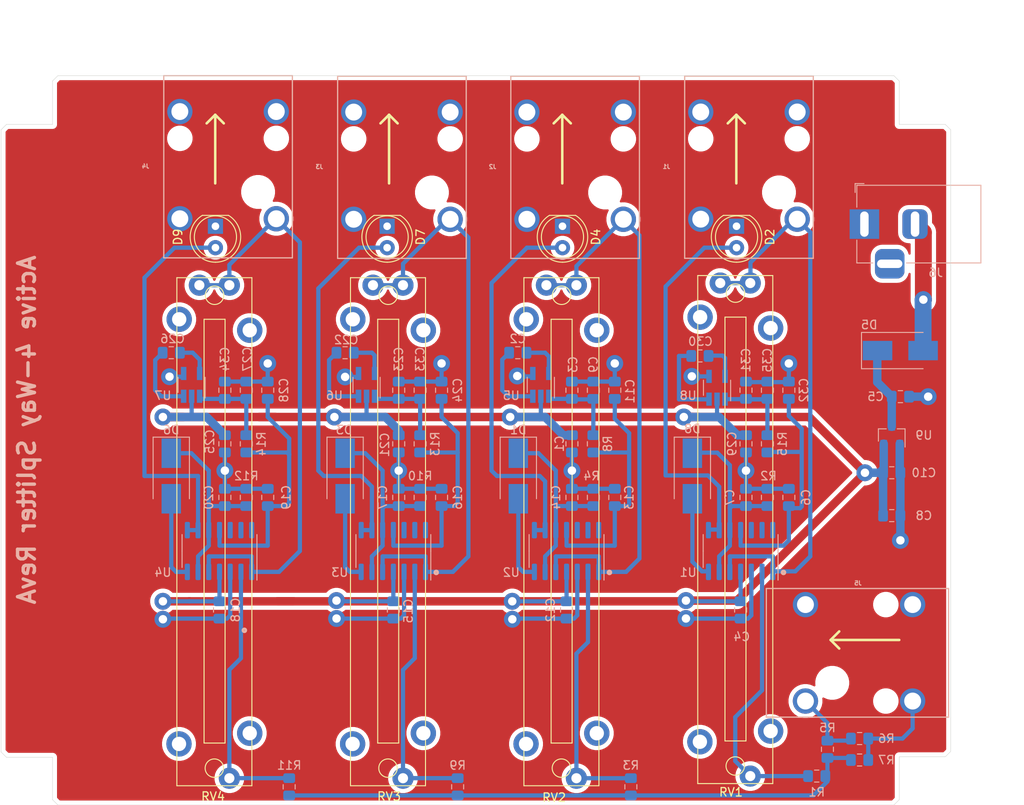
<source format=kicad_pcb>
(kicad_pcb (version 20171130) (host pcbnew "(5.1.6-0-10_14)")
  (title_block (comment 1 "F.Cu is ground plane!"))
  (layers (0 F.Cu signal) (31 B.Cu signal) (34 B.Paste user) (35 F.Paste user) (36 B.SilkS user) (37 F.SilkS user) (38 B.Mask user) (39 F.Mask user) (44 Edge.Cuts user))
  (net 0 "")
  (net 1 GNDS)
  (net 2 +5V)
  (net 3 "Net-(C2-Pad2)")
  (net 4 "Net-(C2-Pad1)")
  (net 5 /PowerSupply/+9V_POL)
  (net 6 "Net-(D1-Pad2)")
  (net 7 "Net-(D2-Pad2)")
  (net 8 "Net-(D3-Pad2)")
  (net 9 "Net-(D4-Pad2)")
  (net 10 /PowerSupply/+9V_IN)
  (net 11 "Net-(J5-Pad1)")
  (net 12 "Net-(R11-Pad1)")
  (net 13 "Net-(C7-Pad1)")
  (net 14 "Net-(C14-Pad1)")
  (net 15 "Net-(C17-Pad1)")
  (net 16 "Net-(C20-Pad1)")
  (net 17 "Net-(D6-Pad2)")
  (net 18 "Net-(D7-Pad2)")
  (net 19 "Net-(D8-Pad2)")
  (net 20 "Net-(D9-Pad2)")
  (net 21 /GainAndPeakDetector1/SIGNAL_OUTPUT)
  (net 22 /GainAndPeakDetector2/SIGNAL_OUTPUT)
  (net 23 /GainAndPeakDetector3/SIGNAL_OUTPUT)
  (net 24 /GainAndPeakDetector4/SIGNAL_OUTPUT)
  (net 25 /GainAndPeakDetector1/SIGNAL_INPUT)
  (net 26 "Net-(R1-Pad1)")
  (net 27 "Net-(R3-Pad1)")
  (net 28 "Net-(R9-Pad1)")
  (net 29 "Net-(U1-Pad14)")
  (net 30 "Net-(U1-Pad13)")
  (net 31 "Net-(U1-Pad12)")
  (net 32 "Net-(U2-Pad14)")
  (net 33 "Net-(U2-Pad13)")
  (net 34 "Net-(U2-Pad12)")
  (net 35 "Net-(U3-Pad14)")
  (net 36 "Net-(U3-Pad13)")
  (net 37 "Net-(U3-Pad12)")
  (net 38 "Net-(U4-Pad14)")
  (net 39 "Net-(U4-Pad13)")
  (net 40 "Net-(U4-Pad12)")
  (net 41 /GainAndPeakDetector2/-5VOUT)
  (net 42 /GainAndPeakDetector1/-5V_POL)
  (net 43 /GainAndPeakDetector2/-5V_POL)
  (net 44 /GainAndPeakDetector3/-5V_POL)
  (net 45 /GainAndPeakDetector4/-5V_POL)
  (net 46 "Net-(C22-Pad2)")
  (net 47 "Net-(C22-Pad1)")
  (net 48 /GainAndPeakDetector3/-5VOUT)
  (net 49 "Net-(C26-Pad2)")
  (net 50 "Net-(C26-Pad1)")
  (net 51 /GainAndPeakDetector4/-5VOUT)
  (net 52 "Net-(C30-Pad2)")
  (net 53 "Net-(C30-Pad1)")
  (net 54 /GainAndPeakDetector1/-5VOUT)
  (module Package_TO_SOT_SMD:SOT-23-5_HandSoldering (layer B.Cu) (at 214.9602 60.96 90)
    (fp_text reference U5 (at -1.27 -3.5052 180) (layer B.SilkS) (effects (justify mirror)))
    (fp_text value TPS60400)
    (pad 5 smd rect (at 1.35 0.95 90) (size 1.56 0.65) (layers B.Cu B.Paste B.Mask) (net 3 "Net-(C2-Pad2)"))
    (pad 4 smd rect (at 1.35 -0.95 90) (size 1.56 0.65) (layers B.Cu B.Paste B.Mask) (net 1 GNDS))
    (pad 3 smd rect (at -1.35 -0.95 90) (size 1.56 0.65) (layers B.Cu B.Paste B.Mask) (net 4 "Net-(C2-Pad1)"))
    (pad 2 smd rect (at -1.35 0 90) (size 1.56 0.65) (layers B.Cu B.Paste B.Mask) (net 2 +5V))
    (pad 1 smd rect (at -1.35 0.95 90) (size 1.56 0.65) (layers B.Cu B.Paste B.Mask) (net 41 /GainAndPeakDetector2/-5VOUT))
  )
  (module Diode_SMD:D_SMB_Handsoldering (layer B.Cu) (at 212.2932 71.755 270)
    (fp_text reference D1 (at -5.461 0 180) (layer B.SilkS) (effects (justify mirror)))
    (fp_text value D_Schottky)
    (pad 2 smd rect (at 2.7 0 270) (size 3.5 2.3) (layers B.Cu B.Paste B.Mask) (net 6 "Net-(D1-Pad2)"))
    (pad 1 smd rect (at -2.7 0 270) (size 3.5 2.3) (layers B.Cu B.Paste B.Mask) (net 14 "Net-(C14-Pad1)"))
  )
  (module Resistor_SMD:R_0805_2012Metric_Pad1.15x1.40mm_HandSolder (layer B.Cu) (at 248.92 104.14 90)
    (fp_text reference R5 (at 2.54 0 180) (layer B.SilkS) (effects (justify mirror)))
    (fp_text value 10K)
    (pad 2 smd roundrect (at 1.025 0 90) (size 1.15 1.4) (layers B.Cu B.Paste B.Mask) (roundrect_rratio 0.217391) (net 11 "Net-(J5-Pad1)"))
    (pad 1 smd roundrect (at -1.025 0 90) (size 1.15 1.4) (layers B.Cu B.Paste B.Mask) (roundrect_rratio 0.217391) (net 25 /GainAndPeakDetector1/SIGNAL_INPUT))
  )
  (module Capacitor_SMD:C_0805_2012Metric_Pad1.15x1.40mm_HandSolder (layer B.Cu) (at 256.54 76.454)
    (fp_text reference C8 (at 3.81 0) (layer B.SilkS) (effects (justify mirror)))
    (fp_text value 10uF)
    (pad 2 smd roundrect (at 1.025 0) (size 1.15 1.4) (layers B.Cu B.Paste B.Mask) (roundrect_rratio 0.217391) (net 1 GNDS))
    (pad 1 smd roundrect (at -1.025 0) (size 1.15 1.4) (layers B.Cu B.Paste B.Mask) (roundrect_rratio 0.217391) (net 2 +5V))
  )
  (module Bourn_PTA_Slider:Slider_PTA4543_60MM (layer F.Cu) (at 176.276 78.359 270)
    (fp_text reference RV4 (at 31.369 0.1524 180) (layer F.SilkS))
    (fp_text value 1K)
    (pad 1 thru_hole circle (at -29.21 -1.778 270) (size 2.5 2.5) (drill 1.2) (layers *.Cu *.Mask) (net 24 /GainAndPeakDetector4/SIGNAL_OUTPUT))
    (pad 2 thru_hole circle (at -29.21 1.778 270) (size 2.5 2.5) (drill 1.2) (layers *.Cu *.Mask) (net 24 /GainAndPeakDetector4/SIGNAL_OUTPUT))
    (pad 3 thru_hole circle (at 29.21 -1.778 270) (size 2.5 2.5) (drill 1.2) (layers *.Cu *.Mask) (net 12 "Net-(R11-Pad1)"))
    (pad "" thru_hole circle (at -23.876 -4.191 270) (size 3 3) (drill 1.7) (layers *.Cu *.Mask))
    (pad "" thru_hole circle (at -25.1714 4.1656 270) (size 3 3) (drill 1.7) (layers *.Cu *.Mask))
    (pad "" thru_hole circle (at 23.876 -4.191 270) (size 3 3) (drill 1.7) (layers *.Cu *.Mask))
    (pad "" thru_hole circle (at 25.146 4.191 270) (size 3 3) (drill 1.7) (layers *.Cu *.Mask))
  )
  (module Diode_SMD:D_SMB_Handsoldering (layer B.Cu) (at 232.918 71.755 270)
    (fp_text reference D8 (at -5.588 0) (layer B.SilkS) (effects (justify mirror)))
    (fp_text value D_Schottky)
    (pad 2 smd rect (at 2.7 0 270) (size 3.5 2.3) (layers B.Cu B.Paste B.Mask) (net 19 "Net-(D8-Pad2)"))
    (pad 1 smd rect (at -2.7 0 270) (size 3.5 2.3) (layers B.Cu B.Paste B.Mask) (net 13 "Net-(C7-Pad1)"))
  )
  (module Package_TO_SOT_SMD:SOT-23-5_HandSoldering (layer B.Cu) (at 235.839 61.3029 90)
    (fp_text reference U8 (at -0.9271 -3.429 180) (layer B.SilkS) (effects (justify mirror)))
    (fp_text value TPS60400)
    (pad 5 smd rect (at 1.35 0.95 90) (size 1.56 0.65) (layers B.Cu B.Paste B.Mask) (net 52 "Net-(C30-Pad2)"))
    (pad 4 smd rect (at 1.35 -0.95 90) (size 1.56 0.65) (layers B.Cu B.Paste B.Mask) (net 1 GNDS))
    (pad 3 smd rect (at -1.35 -0.95 90) (size 1.56 0.65) (layers B.Cu B.Paste B.Mask) (net 53 "Net-(C30-Pad1)"))
    (pad 2 smd rect (at -1.35 0 90) (size 1.56 0.65) (layers B.Cu B.Paste B.Mask) (net 2 +5V))
    (pad 1 smd rect (at -1.35 0.95 90) (size 1.56 0.65) (layers B.Cu B.Paste B.Mask) (net 54 /GainAndPeakDetector1/-5VOUT))
  )
  (module Package_TO_SOT_SMD:SOT-23-5_HandSoldering (layer B.Cu) (at 173.5836 60.96 90)
    (fp_text reference U7 (at -1.27 -3.4036 180) (layer B.SilkS) (effects (justify mirror)))
    (fp_text value TPS60400)
    (pad 5 smd rect (at 1.35 0.95 90) (size 1.56 0.65) (layers B.Cu B.Paste B.Mask) (net 49 "Net-(C26-Pad2)"))
    (pad 4 smd rect (at 1.35 -0.95 90) (size 1.56 0.65) (layers B.Cu B.Paste B.Mask) (net 1 GNDS))
    (pad 3 smd rect (at -1.35 -0.95 90) (size 1.56 0.65) (layers B.Cu B.Paste B.Mask) (net 50 "Net-(C26-Pad1)"))
    (pad 2 smd rect (at -1.35 0 90) (size 1.56 0.65) (layers B.Cu B.Paste B.Mask) (net 2 +5V))
    (pad 1 smd rect (at -1.35 0.95 90) (size 1.56 0.65) (layers B.Cu B.Paste B.Mask) (net 51 /GainAndPeakDetector4/-5VOUT))
  )
  (module Package_TO_SOT_SMD:SOT-23-5_HandSoldering (layer B.Cu) (at 194.31 60.96 90)
    (fp_text reference U6 (at -1.27 -3.81 180) (layer B.SilkS) (effects (justify mirror)))
    (fp_text value TPS60400)
    (pad 5 smd rect (at 1.35 0.95 90) (size 1.56 0.65) (layers B.Cu B.Paste B.Mask) (net 46 "Net-(C22-Pad2)"))
    (pad 4 smd rect (at 1.35 -0.95 90) (size 1.56 0.65) (layers B.Cu B.Paste B.Mask) (net 1 GNDS))
    (pad 3 smd rect (at -1.35 -0.95 90) (size 1.56 0.65) (layers B.Cu B.Paste B.Mask) (net 47 "Net-(C22-Pad1)"))
    (pad 2 smd rect (at -1.35 0 90) (size 1.56 0.65) (layers B.Cu B.Paste B.Mask) (net 2 +5V))
    (pad 1 smd rect (at -1.35 0.95 90) (size 1.56 0.65) (layers B.Cu B.Paste B.Mask) (net 48 /GainAndPeakDetector3/-5VOUT))
  )
  (module Resistor_SMD:R_0805_2012Metric_Pad1.15x1.40mm_HandSolder (layer B.Cu) (at 241.808 67.945 270)
    (fp_text reference R15 (at 0 -1.778 90) (layer B.SilkS) (effects (justify mirror)))
    (fp_text value 100R)
    (pad 2 smd roundrect (at 1.025 0 270) (size 1.15 1.4) (layers B.Cu B.Paste B.Mask) (roundrect_rratio 0.217391) (net 42 /GainAndPeakDetector1/-5V_POL))
    (pad 1 smd roundrect (at -1.025 0 270) (size 1.15 1.4) (layers B.Cu B.Paste B.Mask) (roundrect_rratio 0.217391) (net 54 /GainAndPeakDetector1/-5VOUT))
  )
  (module Resistor_SMD:R_0805_2012Metric_Pad1.15x1.40mm_HandSolder (layer B.Cu) (at 180.0606 67.945 270)
    (fp_text reference R14 (at 0 -1.778 90) (layer B.SilkS) (effects (justify mirror)))
    (fp_text value 100R)
    (pad 2 smd roundrect (at 1.025 0 270) (size 1.15 1.4) (layers B.Cu B.Paste B.Mask) (roundrect_rratio 0.217391) (net 45 /GainAndPeakDetector4/-5V_POL))
    (pad 1 smd roundrect (at -1.025 0 270) (size 1.15 1.4) (layers B.Cu B.Paste B.Mask) (roundrect_rratio 0.217391) (net 51 /GainAndPeakDetector4/-5VOUT))
  )
  (module Resistor_SMD:R_0805_2012Metric_Pad1.15x1.40mm_HandSolder (layer B.Cu) (at 200.66 67.945 270)
    (fp_text reference R13 (at 0 -1.778 90) (layer B.SilkS) (effects (justify mirror)))
    (fp_text value 100R)
    (pad 2 smd roundrect (at 1.025 0 270) (size 1.15 1.4) (layers B.Cu B.Paste B.Mask) (roundrect_rratio 0.217391) (net 44 /GainAndPeakDetector3/-5V_POL))
    (pad 1 smd roundrect (at -1.025 0 270) (size 1.15 1.4) (layers B.Cu B.Paste B.Mask) (roundrect_rratio 0.217391) (net 48 /GainAndPeakDetector3/-5VOUT))
  )
  (module Resistor_SMD:R_0805_2012Metric_Pad1.15x1.40mm_HandSolder (layer B.Cu) (at 221.1832 67.945 270)
    (fp_text reference R8 (at 0 -1.7018 270) (layer B.SilkS) (effects (justify mirror)))
    (fp_text value 100R)
    (pad 2 smd roundrect (at 1.025 0 270) (size 1.15 1.4) (layers B.Cu B.Paste B.Mask) (roundrect_rratio 0.217391) (net 43 /GainAndPeakDetector2/-5V_POL))
    (pad 1 smd roundrect (at -1.025 0 270) (size 1.15 1.4) (layers B.Cu B.Paste B.Mask) (roundrect_rratio 0.217391) (net 41 /GainAndPeakDetector2/-5VOUT))
  )
  (module Diode_SMD:D_SMB_Handsoldering (layer B.Cu) (at 171.1706 71.755 270)
    (fp_text reference D6 (at -5.461 0 180) (layer B.SilkS) (effects (justify mirror)))
    (fp_text value D_Schottky)
    (pad 2 smd rect (at 2.7 0 270) (size 3.5 2.3) (layers B.Cu B.Paste B.Mask) (net 17 "Net-(D6-Pad2)"))
    (pad 1 smd rect (at -2.7 0 270) (size 3.5 2.3) (layers B.Cu B.Paste B.Mask) (net 16 "Net-(C20-Pad1)"))
  )
  (module Diode_SMD:D_SMB_Handsoldering (layer B.Cu) (at 191.77 71.755 270)
    (fp_text reference D3 (at -5.461 0.127 180) (layer B.SilkS) (effects (justify mirror)))
    (fp_text value D_Schottky)
    (pad 2 smd rect (at 2.7 0 270) (size 3.5 2.3) (layers B.Cu B.Paste B.Mask) (net 8 "Net-(D3-Pad2)"))
    (pad 1 smd rect (at -2.7 0 270) (size 3.5 2.3) (layers B.Cu B.Paste B.Mask) (net 15 "Net-(C17-Pad1)"))
  )
  (module Capacitor_SMD:C_0805_2012Metric_Pad1.15x1.40mm_HandSolder (layer B.Cu) (at 241.808 61.595 90)
    (fp_text reference C35 (at 3.556 0 90) (layer B.SilkS) (effects (justify mirror)))
    (fp_text value 100nF)
    (pad 2 smd roundrect (at 1.025 0 90) (size 1.15 1.4) (layers B.Cu B.Paste B.Mask) (roundrect_rratio 0.217391) (net 1 GNDS))
    (pad 1 smd roundrect (at -1.025 0 90) (size 1.15 1.4) (layers B.Cu B.Paste B.Mask) (roundrect_rratio 0.217391) (net 54 /GainAndPeakDetector1/-5VOUT))
  )
  (module Capacitor_SMD:C_0805_2012Metric_Pad1.15x1.40mm_HandSolder (layer B.Cu) (at 177.5206 61.595 90)
    (fp_text reference C34 (at 3.683 0 90) (layer B.SilkS) (effects (justify mirror)))
    (fp_text value 100nF)
    (pad 2 smd roundrect (at 1.025 0 90) (size 1.15 1.4) (layers B.Cu B.Paste B.Mask) (roundrect_rratio 0.217391) (net 1 GNDS))
    (pad 1 smd roundrect (at -1.025 0 90) (size 1.15 1.4) (layers B.Cu B.Paste B.Mask) (roundrect_rratio 0.217391) (net 51 /GainAndPeakDetector4/-5VOUT))
  )
  (module Capacitor_SMD:C_0805_2012Metric_Pad1.15x1.40mm_HandSolder (layer B.Cu) (at 200.66 61.595 90)
    (fp_text reference C33 (at 3.683 0 90) (layer B.SilkS) (effects (justify mirror)))
    (fp_text value 100nF)
    (pad 2 smd roundrect (at 1.025 0 90) (size 1.15 1.4) (layers B.Cu B.Paste B.Mask) (roundrect_rratio 0.217391) (net 1 GNDS))
    (pad 1 smd roundrect (at -1.025 0 90) (size 1.15 1.4) (layers B.Cu B.Paste B.Mask) (roundrect_rratio 0.217391) (net 48 /GainAndPeakDetector3/-5VOUT))
  )
  (module Capacitor_SMD:C_0805_2012Metric_Pad1.15x1.40mm_HandSolder (layer B.Cu) (at 244.348 61.595 90)
    (fp_text reference C32 (at 0 1.778 90) (layer B.SilkS) (effects (justify mirror)))
    (fp_text value 1uF)
    (pad 2 smd roundrect (at 1.025 0 90) (size 1.15 1.4) (layers B.Cu B.Paste B.Mask) (roundrect_rratio 0.217391) (net 1 GNDS))
    (pad 1 smd roundrect (at -1.025 0 90) (size 1.15 1.4) (layers B.Cu B.Paste B.Mask) (roundrect_rratio 0.217391) (net 42 /GainAndPeakDetector1/-5V_POL))
  )
  (module Capacitor_SMD:C_0805_2012Metric_Pad1.15x1.40mm_HandSolder (layer B.Cu) (at 239.268 61.595 90)
    (fp_text reference C31 (at 3.556 0 90) (layer B.SilkS) (effects (justify mirror)))
    (fp_text value 1uF)
    (pad 2 smd roundrect (at 1.025 0 90) (size 1.15 1.4) (layers B.Cu B.Paste B.Mask) (roundrect_rratio 0.217391) (net 1 GNDS))
    (pad 1 smd roundrect (at -1.025 0 90) (size 1.15 1.4) (layers B.Cu B.Paste B.Mask) (roundrect_rratio 0.217391) (net 54 /GainAndPeakDetector1/-5VOUT))
  )
  (module Capacitor_SMD:C_0805_2012Metric_Pad1.15x1.40mm_HandSolder (layer B.Cu) (at 233.807 57.531)
    (fp_text reference C30 (at 0.0635 -1.7145) (layer B.SilkS) (effects (justify mirror)))
    (fp_text value 1uF)
    (pad 2 smd roundrect (at 1.025 0) (size 1.15 1.4) (layers B.Cu B.Paste B.Mask) (roundrect_rratio 0.217391) (net 52 "Net-(C30-Pad2)"))
    (pad 1 smd roundrect (at -1.025 0) (size 1.15 1.4) (layers B.Cu B.Paste B.Mask) (roundrect_rratio 0.217391) (net 53 "Net-(C30-Pad1)"))
  )
  (module Capacitor_SMD:C_0805_2012Metric_Pad1.15x1.40mm_HandSolder (layer B.Cu) (at 239.268 67.945 270)
    (fp_text reference C29 (at 0 1.651 90) (layer B.SilkS) (effects (justify mirror)))
    (fp_text value 1uF)
    (pad 2 smd roundrect (at 1.025 0 270) (size 1.15 1.4) (layers B.Cu B.Paste B.Mask) (roundrect_rratio 0.217391) (net 1 GNDS))
    (pad 1 smd roundrect (at -1.025 0 270) (size 1.15 1.4) (layers B.Cu B.Paste B.Mask) (roundrect_rratio 0.217391) (net 2 +5V))
  )
  (module Capacitor_SMD:C_0805_2012Metric_Pad1.15x1.40mm_HandSolder (layer B.Cu) (at 182.6006 61.595 90)
    (fp_text reference C28 (at 0 1.905 90) (layer B.SilkS) (effects (justify mirror)))
    (fp_text value 1uF)
    (pad 2 smd roundrect (at 1.025 0 90) (size 1.15 1.4) (layers B.Cu B.Paste B.Mask) (roundrect_rratio 0.217391) (net 1 GNDS))
    (pad 1 smd roundrect (at -1.025 0 90) (size 1.15 1.4) (layers B.Cu B.Paste B.Mask) (roundrect_rratio 0.217391) (net 45 /GainAndPeakDetector4/-5V_POL))
  )
  (module Capacitor_SMD:C_0805_2012Metric_Pad1.15x1.40mm_HandSolder (layer B.Cu) (at 180.0606 61.595 90)
    (fp_text reference C27 (at 3.683 0.127 90) (layer B.SilkS) (effects (justify mirror)))
    (fp_text value 1uF)
    (pad 2 smd roundrect (at 1.025 0 90) (size 1.15 1.4) (layers B.Cu B.Paste B.Mask) (roundrect_rratio 0.217391) (net 1 GNDS))
    (pad 1 smd roundrect (at -1.025 0 90) (size 1.15 1.4) (layers B.Cu B.Paste B.Mask) (roundrect_rratio 0.217391) (net 51 /GainAndPeakDetector4/-5VOUT))
  )
  (module Capacitor_SMD:C_0805_2012Metric_Pad1.15x1.40mm_HandSolder (layer B.Cu) (at 171.1706 57.15)
    (fp_text reference C26 (at 0.1524 -1.651) (layer B.SilkS) (effects (justify mirror)))
    (fp_text value 1uF)
    (pad 2 smd roundrect (at 1.025 0) (size 1.15 1.4) (layers B.Cu B.Paste B.Mask) (roundrect_rratio 0.217391) (net 49 "Net-(C26-Pad2)"))
    (pad 1 smd roundrect (at -1.025 0) (size 1.15 1.4) (layers B.Cu B.Paste B.Mask) (roundrect_rratio 0.217391) (net 50 "Net-(C26-Pad1)"))
  )
  (module Capacitor_SMD:C_0805_2012Metric_Pad1.15x1.40mm_HandSolder (layer B.Cu) (at 177.5206 67.945 270)
    (fp_text reference C25 (at -0.254 1.778 90) (layer B.SilkS) (effects (justify mirror)))
    (fp_text value 1uF)
    (pad 2 smd roundrect (at 1.025 0 270) (size 1.15 1.4) (layers B.Cu B.Paste B.Mask) (roundrect_rratio 0.217391) (net 1 GNDS))
    (pad 1 smd roundrect (at -1.025 0 270) (size 1.15 1.4) (layers B.Cu B.Paste B.Mask) (roundrect_rratio 0.217391) (net 2 +5V))
  )
  (module Capacitor_SMD:C_0805_2012Metric_Pad1.15x1.40mm_HandSolder (layer B.Cu) (at 203.2 61.595 90)
    (fp_text reference C24 (at 0 1.905 90) (layer B.SilkS) (effects (justify mirror)))
    (fp_text value 1uF)
    (pad 2 smd roundrect (at 1.025 0 90) (size 1.15 1.4) (layers B.Cu B.Paste B.Mask) (roundrect_rratio 0.217391) (net 1 GNDS))
    (pad 1 smd roundrect (at -1.025 0 90) (size 1.15 1.4) (layers B.Cu B.Paste B.Mask) (roundrect_rratio 0.217391) (net 44 /GainAndPeakDetector3/-5V_POL))
  )
  (module Capacitor_SMD:C_0805_2012Metric_Pad1.15x1.40mm_HandSolder (layer B.Cu) (at 198.12 61.595 90)
    (fp_text reference C23 (at 3.683 0 90) (layer B.SilkS) (effects (justify mirror)))
    (fp_text value 1uF)
    (pad 2 smd roundrect (at 1.025 0 90) (size 1.15 1.4) (layers B.Cu B.Paste B.Mask) (roundrect_rratio 0.217391) (net 1 GNDS))
    (pad 1 smd roundrect (at -1.025 0 90) (size 1.15 1.4) (layers B.Cu B.Paste B.Mask) (roundrect_rratio 0.217391) (net 48 /GainAndPeakDetector3/-5VOUT))
  )
  (module Capacitor_SMD:C_0805_2012Metric_Pad1.15x1.40mm_HandSolder (layer B.Cu) (at 191.77 57.15)
    (fp_text reference C22 (at 0.127 -1.524) (layer B.SilkS) (effects (justify mirror)))
    (fp_text value 1uF)
    (pad 2 smd roundrect (at 1.025 0) (size 1.15 1.4) (layers B.Cu B.Paste B.Mask) (roundrect_rratio 0.217391) (net 46 "Net-(C22-Pad2)"))
    (pad 1 smd roundrect (at -1.025 0) (size 1.15 1.4) (layers B.Cu B.Paste B.Mask) (roundrect_rratio 0.217391) (net 47 "Net-(C22-Pad1)"))
  )
  (module Capacitor_SMD:C_0805_2012Metric_Pad1.15x1.40mm_HandSolder (layer B.Cu) (at 198.12 67.945 270)
    (fp_text reference C21 (at 0.127 1.651 90) (layer B.SilkS) (effects (justify mirror)))
    (fp_text value 1uF)
    (pad 2 smd roundrect (at 1.025 0 270) (size 1.15 1.4) (layers B.Cu B.Paste B.Mask) (roundrect_rratio 0.217391) (net 1 GNDS))
    (pad 1 smd roundrect (at -1.025 0 270) (size 1.15 1.4) (layers B.Cu B.Paste B.Mask) (roundrect_rratio 0.217391) (net 2 +5V))
  )
  (module Capacitor_SMD:C_0805_2012Metric_Pad1.15x1.40mm_HandSolder (layer B.Cu) (at 223.7232 61.595 90)
    (fp_text reference C11 (at -0.127 1.8161 90) (layer B.SilkS) (effects (justify mirror)))
    (fp_text value 1uF)
    (pad 2 smd roundrect (at 1.025 0 90) (size 1.15 1.4) (layers B.Cu B.Paste B.Mask) (roundrect_rratio 0.217391) (net 1 GNDS))
    (pad 1 smd roundrect (at -1.025 0 90) (size 1.15 1.4) (layers B.Cu B.Paste B.Mask) (roundrect_rratio 0.217391) (net 43 /GainAndPeakDetector2/-5V_POL))
  )
  (module Capacitor_SMD:C_0805_2012Metric_Pad1.15x1.40mm_HandSolder (layer B.Cu) (at 221.1832 61.595 90)
    (fp_text reference C9 (at 3.048 0 90) (layer B.SilkS) (effects (justify mirror)))
    (fp_text value 1uF)
    (pad 2 smd roundrect (at 1.025 0 90) (size 1.15 1.4) (layers B.Cu B.Paste B.Mask) (roundrect_rratio 0.217391) (net 1 GNDS))
    (pad 1 smd roundrect (at -1.025 0 90) (size 1.15 1.4) (layers B.Cu B.Paste B.Mask) (roundrect_rratio 0.217391) (net 41 /GainAndPeakDetector2/-5VOUT))
  )
  (module Capacitor_SMD:C_0805_2012Metric_Pad1.15x1.40mm_HandSolder (layer B.Cu) (at 218.6432 61.595 90)
    (fp_text reference C3 (at 3.048 0.127 90) (layer B.SilkS) (effects (justify mirror)))
    (fp_text value 100nF)
    (pad 2 smd roundrect (at 1.025 0 90) (size 1.15 1.4) (layers B.Cu B.Paste B.Mask) (roundrect_rratio 0.217391) (net 1 GNDS))
    (pad 1 smd roundrect (at -1.025 0 90) (size 1.15 1.4) (layers B.Cu B.Paste B.Mask) (roundrect_rratio 0.217391) (net 41 /GainAndPeakDetector2/-5VOUT))
  )
  (module Capacitor_SMD:C_0805_2012Metric_Pad1.15x1.40mm_HandSolder (layer B.Cu) (at 212.2297 57.15)
    (fp_text reference C2 (at 0 -1.651) (layer B.SilkS) (effects (justify mirror)))
    (fp_text value 1uF)
    (pad 2 smd roundrect (at 1.025 0) (size 1.15 1.4) (layers B.Cu B.Paste B.Mask) (roundrect_rratio 0.217391) (net 3 "Net-(C2-Pad2)"))
    (pad 1 smd roundrect (at -1.025 0) (size 1.15 1.4) (layers B.Cu B.Paste B.Mask) (roundrect_rratio 0.217391) (net 4 "Net-(C2-Pad1)"))
  )
  (module Capacitor_SMD:C_0805_2012Metric_Pad1.15x1.40mm_HandSolder (layer B.Cu) (at 218.6432 67.945 270)
    (fp_text reference C1 (at 0 1.4732 270) (layer B.SilkS) (effects (justify mirror)))
    (fp_text value 1uF)
    (pad 2 smd roundrect (at 1.025 0 270) (size 1.15 1.4) (layers B.Cu B.Paste B.Mask) (roundrect_rratio 0.217391) (net 1 GNDS))
    (pad 1 smd roundrect (at -1.025 0 270) (size 1.15 1.4) (layers B.Cu B.Paste B.Mask) (roundrect_rratio 0.217391) (net 2 +5V))
  )
  (module Bourn_PTA_Slider:Slider_PTA4543_60MM (layer F.Cu) (at 196.85 78.359 270)
    (fp_text reference RV3 (at 31.369 -0.127 180) (layer F.SilkS))
    (fp_text value 1K)
    (pad 1 thru_hole circle (at -29.21 -1.778 270) (size 2.5 2.5) (drill 1.2) (layers *.Cu *.Mask) (net 23 /GainAndPeakDetector3/SIGNAL_OUTPUT))
    (pad 2 thru_hole circle (at -29.21 1.778 270) (size 2.5 2.5) (drill 1.2) (layers *.Cu *.Mask) (net 23 /GainAndPeakDetector3/SIGNAL_OUTPUT))
    (pad 3 thru_hole circle (at 29.21 -1.778 270) (size 2.5 2.5) (drill 1.2) (layers *.Cu *.Mask) (net 28 "Net-(R9-Pad1)"))
    (pad "" thru_hole circle (at -23.876 -4.191 270) (size 3 3) (drill 1.7) (layers *.Cu *.Mask))
    (pad "" thru_hole circle (at -25.1714 4.1656 270) (size 3 3) (drill 1.7) (layers *.Cu *.Mask))
    (pad "" thru_hole circle (at 23.876 -4.191 270) (size 3 3) (drill 1.7) (layers *.Cu *.Mask))
    (pad "" thru_hole circle (at 25.146 4.191 270) (size 3 3) (drill 1.7) (layers *.Cu *.Mask))
  )
  (module Bourn_PTA_Slider:Slider_PTA4543_60MM (layer F.Cu) (at 217.3986 78.359 270)
    (fp_text reference RV2 (at 31.496 0.8636 180) (layer F.SilkS))
    (fp_text value 1K)
    (pad 1 thru_hole circle (at -29.21 -1.778 270) (size 2.5 2.5) (drill 1.2) (layers *.Cu *.Mask) (net 22 /GainAndPeakDetector2/SIGNAL_OUTPUT))
    (pad 2 thru_hole circle (at -29.21 1.778 270) (size 2.5 2.5) (drill 1.2) (layers *.Cu *.Mask) (net 22 /GainAndPeakDetector2/SIGNAL_OUTPUT))
    (pad 3 thru_hole circle (at 29.21 -1.778 270) (size 2.5 2.5) (drill 1.2) (layers *.Cu *.Mask) (net 27 "Net-(R3-Pad1)"))
    (pad "" thru_hole circle (at -23.876 -4.191 270) (size 3 3) (drill 1.7) (layers *.Cu *.Mask))
    (pad "" thru_hole circle (at -25.1714 4.1656 270) (size 3 3) (drill 1.7) (layers *.Cu *.Mask))
    (pad "" thru_hole circle (at 23.876 -4.191 270) (size 3 3) (drill 1.7) (layers *.Cu *.Mask))
    (pad "" thru_hole circle (at 25.146 4.191 270) (size 3 3) (drill 1.7) (layers *.Cu *.Mask))
  )
  (module Bourn_PTA_Slider:Slider_PTA4543_60MM (layer F.Cu) (at 237.998 78.105 270)
    (fp_text reference RV1 (at 31.115 0.508 180) (layer F.SilkS))
    (fp_text value 1K)
    (pad 1 thru_hole circle (at -29.21 -1.778 270) (size 2.5 2.5) (drill 1.2) (layers *.Cu *.Mask) (net 21 /GainAndPeakDetector1/SIGNAL_OUTPUT))
    (pad 2 thru_hole circle (at -29.21 1.778 270) (size 2.5 2.5) (drill 1.2) (layers *.Cu *.Mask) (net 21 /GainAndPeakDetector1/SIGNAL_OUTPUT))
    (pad 3 thru_hole circle (at 29.21 -1.778 270) (size 2.5 2.5) (drill 1.2) (layers *.Cu *.Mask) (net 26 "Net-(R1-Pad1)"))
    (pad "" thru_hole circle (at -23.876 -4.191 270) (size 3 3) (drill 1.7) (layers *.Cu *.Mask))
    (pad "" thru_hole circle (at -25.1714 4.1656 270) (size 3 3) (drill 1.7) (layers *.Cu *.Mask))
    (pad "" thru_hole circle (at 23.876 -4.191 270) (size 3 3) (drill 1.7) (layers *.Cu *.Mask))
    (pad "" thru_hole circle (at 25.146 4.191 270) (size 3 3) (drill 1.7) (layers *.Cu *.Mask))
  )
  (module Capacitor_SMD:C_0805_2012Metric_Pad1.15x1.40mm_HandSolder (layer B.Cu) (at 182.6006 74.295 90)
    (fp_text reference C19 (at 0 2.1844 270) (layer B.SilkS) (effects (justify mirror)))
    (fp_text value 1uF)
    (pad 2 smd roundrect (at 1.025 0 90) (size 1.15 1.4) (layers B.Cu B.Paste B.Mask) (roundrect_rratio 0.217391) (net 1 GNDS))
    (pad 1 smd roundrect (at -1.025 0 90) (size 1.15 1.4) (layers B.Cu B.Paste B.Mask) (roundrect_rratio 0.217391) (net 45 /GainAndPeakDetector4/-5V_POL))
  )
  (module Package_SO:SOIC-14_3.9x8.7mm_P1.27mm (layer B.Cu) (at 176.8856 80.645 90)
    (fp_text reference U4 (at -2.54 -6.7056 180) (layer B.SilkS) (effects (justify mirror)))
    (fp_text value TL074)
    (pad 14 smd roundrect (at 2.475 3.81 90) (size 1.95 0.6) (layers B.Cu B.Paste B.Mask) (net 38 "Net-(U4-Pad14)"))
    (pad 13 smd roundrect (at 2.475 2.54 90) (size 1.95 0.6) (layers B.Cu B.Paste B.Mask) (net 39 "Net-(U4-Pad13)"))
    (pad 12 smd roundrect (at 2.475 1.27 90) (size 1.95 0.6) (layers B.Cu B.Paste B.Mask) (net 40 "Net-(U4-Pad12)"))
    (pad 11 smd roundrect (at 2.475 0 90) (size 1.95 0.6) (layers B.Cu B.Paste B.Mask) (net 45 /GainAndPeakDetector4/-5V_POL))
    (pad 10 smd roundrect (at 2.475 -1.27 90) (size 1.95 0.6) (layers B.Cu B.Paste B.Mask) (net 16 "Net-(C20-Pad1)"))
    (pad 9 smd roundrect (at 2.475 -2.54 90) (size 1.95 0.6) (layers B.Cu B.Paste B.Mask) (net 20 "Net-(D9-Pad2)"))
    (pad 8 smd roundrect (at 2.475 -3.81 90) (size 1.95 0.6) (layers B.Cu B.Paste B.Mask) (net 20 "Net-(D9-Pad2)"))
    (pad 7 smd roundrect (at -2.475 -3.81 90) (size 1.95 0.6) (layers B.Cu B.Paste B.Mask) (net 17 "Net-(D6-Pad2)"))
    (pad 6 smd roundrect (at -2.475 -2.54 90) (size 1.95 0.6) (layers B.Cu B.Paste B.Mask) (net 16 "Net-(C20-Pad1)"))
    (pad 5 smd roundrect (at -2.475 -1.27 90) (size 1.95 0.6) (layers B.Cu B.Paste B.Mask) (net 24 /GainAndPeakDetector4/SIGNAL_OUTPUT))
    (pad 4 smd roundrect (at -2.475 0 90) (size 1.95 0.6) (layers B.Cu B.Paste B.Mask) (net 2 +5V))
    (pad 3 smd roundrect (at -2.475 1.27 90) (size 1.95 0.6) (layers B.Cu B.Paste B.Mask) (net 1 GNDS))
    (pad 2 smd roundrect (at -2.475 2.54 90) (size 1.95 0.6) (layers B.Cu B.Paste B.Mask) (net 12 "Net-(R11-Pad1)"))
    (pad 1 smd roundrect (at -2.475 3.81 90) (size 1.95 0.6) (layers B.Cu B.Paste B.Mask) (net 24 /GainAndPeakDetector4/SIGNAL_OUTPUT))
  )
  (module Package_SO:SOIC-14_3.9x8.7mm_P1.27mm (layer B.Cu) (at 197.485 80.645 90)
    (fp_text reference U3 (at -2.54 -6.35 180) (layer B.SilkS) (effects (justify mirror)))
    (fp_text value TL074)
    (pad 14 smd roundrect (at 2.475 3.81 90) (size 1.95 0.6) (layers B.Cu B.Paste B.Mask) (net 35 "Net-(U3-Pad14)"))
    (pad 13 smd roundrect (at 2.475 2.54 90) (size 1.95 0.6) (layers B.Cu B.Paste B.Mask) (net 36 "Net-(U3-Pad13)"))
    (pad 12 smd roundrect (at 2.475 1.27 90) (size 1.95 0.6) (layers B.Cu B.Paste B.Mask) (net 37 "Net-(U3-Pad12)"))
    (pad 11 smd roundrect (at 2.475 0 90) (size 1.95 0.6) (layers B.Cu B.Paste B.Mask) (net 44 /GainAndPeakDetector3/-5V_POL))
    (pad 10 smd roundrect (at 2.475 -1.27 90) (size 1.95 0.6) (layers B.Cu B.Paste B.Mask) (net 15 "Net-(C17-Pad1)"))
    (pad 9 smd roundrect (at 2.475 -2.54 90) (size 1.95 0.6) (layers B.Cu B.Paste B.Mask) (net 18 "Net-(D7-Pad2)"))
    (pad 8 smd roundrect (at 2.475 -3.81 90) (size 1.95 0.6) (layers B.Cu B.Paste B.Mask) (net 18 "Net-(D7-Pad2)"))
    (pad 7 smd roundrect (at -2.475 -3.81 90) (size 1.95 0.6) (layers B.Cu B.Paste B.Mask) (net 8 "Net-(D3-Pad2)"))
    (pad 6 smd roundrect (at -2.475 -2.54 90) (size 1.95 0.6) (layers B.Cu B.Paste B.Mask) (net 15 "Net-(C17-Pad1)"))
    (pad 5 smd roundrect (at -2.475 -1.27 90) (size 1.95 0.6) (layers B.Cu B.Paste B.Mask) (net 23 /GainAndPeakDetector3/SIGNAL_OUTPUT))
    (pad 4 smd roundrect (at -2.475 0 90) (size 1.95 0.6) (layers B.Cu B.Paste B.Mask) (net 2 +5V))
    (pad 3 smd roundrect (at -2.475 1.27 90) (size 1.95 0.6) (layers B.Cu B.Paste B.Mask) (net 1 GNDS))
    (pad 2 smd roundrect (at -2.475 2.54 90) (size 1.95 0.6) (layers B.Cu B.Paste B.Mask) (net 28 "Net-(R9-Pad1)"))
    (pad 1 smd roundrect (at -2.475 3.81 90) (size 1.95 0.6) (layers B.Cu B.Paste B.Mask) (net 23 /GainAndPeakDetector3/SIGNAL_OUTPUT))
  )
  (module Package_SO:SOIC-14_3.9x8.7mm_P1.27mm (layer B.Cu) (at 218.0082 80.645 90)
    (fp_text reference U2 (at -2.54 -6.5532 180) (layer B.SilkS) (effects (justify mirror)))
    (fp_text value TL074)
    (pad 14 smd roundrect (at 2.475 3.81 90) (size 1.95 0.6) (layers B.Cu B.Paste B.Mask) (net 32 "Net-(U2-Pad14)"))
    (pad 13 smd roundrect (at 2.475 2.54 90) (size 1.95 0.6) (layers B.Cu B.Paste B.Mask) (net 33 "Net-(U2-Pad13)"))
    (pad 12 smd roundrect (at 2.475 1.27 90) (size 1.95 0.6) (layers B.Cu B.Paste B.Mask) (net 34 "Net-(U2-Pad12)"))
    (pad 11 smd roundrect (at 2.475 0 90) (size 1.95 0.6) (layers B.Cu B.Paste B.Mask) (net 43 /GainAndPeakDetector2/-5V_POL))
    (pad 10 smd roundrect (at 2.475 -1.27 90) (size 1.95 0.6) (layers B.Cu B.Paste B.Mask) (net 14 "Net-(C14-Pad1)"))
    (pad 9 smd roundrect (at 2.475 -2.54 90) (size 1.95 0.6) (layers B.Cu B.Paste B.Mask) (net 9 "Net-(D4-Pad2)"))
    (pad 8 smd roundrect (at 2.475 -3.81 90) (size 1.95 0.6) (layers B.Cu B.Paste B.Mask) (net 9 "Net-(D4-Pad2)"))
    (pad 7 smd roundrect (at -2.475 -3.81 90) (size 1.95 0.6) (layers B.Cu B.Paste B.Mask) (net 6 "Net-(D1-Pad2)"))
    (pad 6 smd roundrect (at -2.475 -2.54 90) (size 1.95 0.6) (layers B.Cu B.Paste B.Mask) (net 14 "Net-(C14-Pad1)"))
    (pad 5 smd roundrect (at -2.475 -1.27 90) (size 1.95 0.6) (layers B.Cu B.Paste B.Mask) (net 22 /GainAndPeakDetector2/SIGNAL_OUTPUT))
    (pad 4 smd roundrect (at -2.475 0 90) (size 1.95 0.6) (layers B.Cu B.Paste B.Mask) (net 2 +5V))
    (pad 3 smd roundrect (at -2.475 1.27 90) (size 1.95 0.6) (layers B.Cu B.Paste B.Mask) (net 1 GNDS))
    (pad 2 smd roundrect (at -2.475 2.54 90) (size 1.95 0.6) (layers B.Cu B.Paste B.Mask) (net 27 "Net-(R3-Pad1)"))
    (pad 1 smd roundrect (at -2.475 3.81 90) (size 1.95 0.6) (layers B.Cu B.Paste B.Mask) (net 22 /GainAndPeakDetector2/SIGNAL_OUTPUT))
  )
  (module Package_SO:SOIC-14_3.9x8.7mm_P1.27mm (layer B.Cu) (at 238.633 80.645 90)
    (fp_text reference U1 (at -2.54 -6.223 180) (layer B.SilkS) (effects (justify mirror)))
    (fp_text value TL074)
    (pad 14 smd roundrect (at 2.475 3.81 90) (size 1.95 0.6) (layers B.Cu B.Paste B.Mask) (net 29 "Net-(U1-Pad14)"))
    (pad 13 smd roundrect (at 2.475 2.54 90) (size 1.95 0.6) (layers B.Cu B.Paste B.Mask) (net 30 "Net-(U1-Pad13)"))
    (pad 12 smd roundrect (at 2.475 1.27 90) (size 1.95 0.6) (layers B.Cu B.Paste B.Mask) (net 31 "Net-(U1-Pad12)"))
    (pad 11 smd roundrect (at 2.475 0 90) (size 1.95 0.6) (layers B.Cu B.Paste B.Mask) (net 42 /GainAndPeakDetector1/-5V_POL))
    (pad 10 smd roundrect (at 2.475 -1.27 90) (size 1.95 0.6) (layers B.Cu B.Paste B.Mask) (net 13 "Net-(C7-Pad1)"))
    (pad 9 smd roundrect (at 2.475 -2.54 90) (size 1.95 0.6) (layers B.Cu B.Paste B.Mask) (net 7 "Net-(D2-Pad2)"))
    (pad 8 smd roundrect (at 2.475 -3.81 90) (size 1.95 0.6) (layers B.Cu B.Paste B.Mask) (net 7 "Net-(D2-Pad2)"))
    (pad 7 smd roundrect (at -2.475 -3.81 90) (size 1.95 0.6) (layers B.Cu B.Paste B.Mask) (net 19 "Net-(D8-Pad2)"))
    (pad 6 smd roundrect (at -2.475 -2.54 90) (size 1.95 0.6) (layers B.Cu B.Paste B.Mask) (net 13 "Net-(C7-Pad1)"))
    (pad 5 smd roundrect (at -2.475 -1.27 90) (size 1.95 0.6) (layers B.Cu B.Paste B.Mask) (net 21 /GainAndPeakDetector1/SIGNAL_OUTPUT))
    (pad 4 smd roundrect (at -2.475 0 90) (size 1.95 0.6) (layers B.Cu B.Paste B.Mask) (net 2 +5V))
    (pad 3 smd roundrect (at -2.475 1.27 90) (size 1.95 0.6) (layers B.Cu B.Paste B.Mask) (net 1 GNDS))
    (pad 2 smd roundrect (at -2.475 2.54 90) (size 1.95 0.6) (layers B.Cu B.Paste B.Mask) (net 26 "Net-(R1-Pad1)"))
    (pad 1 smd roundrect (at -2.475 3.81 90) (size 1.95 0.6) (layers B.Cu B.Paste B.Mask) (net 21 /GainAndPeakDetector1/SIGNAL_OUTPUT))
  )
  (module Resistor_SMD:R_0805_2012Metric_Pad1.15x1.40mm_HandSolder (layer B.Cu) (at 180.0606 74.295 270)
    (fp_text reference R12 (at -2.54 0) (layer B.SilkS) (effects (justify mirror)))
    (fp_text value 100K)
    (pad 2 smd roundrect (at 1.025 0 270) (size 1.15 1.4) (layers B.Cu B.Paste B.Mask) (roundrect_rratio 0.217391) (net 16 "Net-(C20-Pad1)"))
    (pad 1 smd roundrect (at -1.025 0 270) (size 1.15 1.4) (layers B.Cu B.Paste B.Mask) (roundrect_rratio 0.217391) (net 1 GNDS))
  )
  (module Resistor_SMD:R_0805_2012Metric_Pad1.15x1.40mm_HandSolder (layer B.Cu) (at 185.1406 108.585 270)
    (fp_text reference R11 (at -2.54 0 180) (layer B.SilkS) (effects (justify mirror)))
    (fp_text value 100R)
    (pad 2 smd roundrect (at 1.025 0 270) (size 1.15 1.4) (layers B.Cu B.Paste B.Mask) (roundrect_rratio 0.217391) (net 25 /GainAndPeakDetector1/SIGNAL_INPUT))
    (pad 1 smd roundrect (at -1.025 0 270) (size 1.15 1.4) (layers B.Cu B.Paste B.Mask) (roundrect_rratio 0.217391) (net 12 "Net-(R11-Pad1)"))
  )
  (module Resistor_SMD:R_0805_2012Metric_Pad1.15x1.40mm_HandSolder (layer B.Cu) (at 200.66 74.295 270)
    (fp_text reference R10 (at -2.54 0 180) (layer B.SilkS) (effects (justify mirror)))
    (fp_text value 100K)
    (pad 2 smd roundrect (at 1.025 0 270) (size 1.15 1.4) (layers B.Cu B.Paste B.Mask) (roundrect_rratio 0.217391) (net 15 "Net-(C17-Pad1)"))
    (pad 1 smd roundrect (at -1.025 0 270) (size 1.15 1.4) (layers B.Cu B.Paste B.Mask) (roundrect_rratio 0.217391) (net 1 GNDS))
  )
  (module Resistor_SMD:R_0805_2012Metric_Pad1.15x1.40mm_HandSolder (layer B.Cu) (at 205.105 108.585 270)
    (fp_text reference R9 (at -2.54 0 180) (layer B.SilkS) (effects (justify mirror)))
    (fp_text value 100R)
    (pad 2 smd roundrect (at 1.025 0 270) (size 1.15 1.4) (layers B.Cu B.Paste B.Mask) (roundrect_rratio 0.217391) (net 25 /GainAndPeakDetector1/SIGNAL_INPUT))
    (pad 1 smd roundrect (at -1.025 0 270) (size 1.15 1.4) (layers B.Cu B.Paste B.Mask) (roundrect_rratio 0.217391) (net 28 "Net-(R9-Pad1)"))
  )
  (module Resistor_SMD:R_0805_2012Metric_Pad1.15x1.40mm_HandSolder (layer B.Cu) (at 221.1832 74.295 270)
    (fp_text reference R4 (at -2.54 0.2032 180) (layer B.SilkS) (effects (justify mirror)))
    (fp_text value 100K)
    (pad 2 smd roundrect (at 1.025 0 270) (size 1.15 1.4) (layers B.Cu B.Paste B.Mask) (roundrect_rratio 0.217391) (net 14 "Net-(C14-Pad1)"))
    (pad 1 smd roundrect (at -1.025 0 270) (size 1.15 1.4) (layers B.Cu B.Paste B.Mask) (roundrect_rratio 0.217391) (net 1 GNDS))
  )
  (module Resistor_SMD:R_0805_2012Metric_Pad1.15x1.40mm_HandSolder (layer B.Cu) (at 225.6282 108.585 270)
    (fp_text reference R3 (at -2.54 0 180) (layer B.SilkS) (effects (justify mirror)))
    (fp_text value 100R)
    (pad 2 smd roundrect (at 1.025 0 270) (size 1.15 1.4) (layers B.Cu B.Paste B.Mask) (roundrect_rratio 0.217391) (net 25 /GainAndPeakDetector1/SIGNAL_INPUT))
    (pad 1 smd roundrect (at -1.025 0 270) (size 1.15 1.4) (layers B.Cu B.Paste B.Mask) (roundrect_rratio 0.217391) (net 27 "Net-(R3-Pad1)"))
  )
  (module Resistor_SMD:R_0805_2012Metric_Pad1.15x1.40mm_HandSolder (layer B.Cu) (at 241.808 74.295 270)
    (fp_text reference R2 (at -2.54 -0.127 180) (layer B.SilkS) (effects (justify mirror)))
    (fp_text value 100K)
    (pad 2 smd roundrect (at 1.025 0 270) (size 1.15 1.4) (layers B.Cu B.Paste B.Mask) (roundrect_rratio 0.217391) (net 13 "Net-(C7-Pad1)"))
    (pad 1 smd roundrect (at -1.025 0 270) (size 1.15 1.4) (layers B.Cu B.Paste B.Mask) (roundrect_rratio 0.217391) (net 1 GNDS))
  )
  (module Resistor_SMD:R_0805_2012Metric_Pad1.15x1.40mm_HandSolder (layer B.Cu) (at 247.65 107.315)
    (fp_text reference R1 (at 0 1.905 180) (layer B.SilkS) (effects (justify mirror)))
    (fp_text value 100R)
    (pad 2 smd roundrect (at 1.025 0) (size 1.15 1.4) (layers B.Cu B.Paste B.Mask) (roundrect_rratio 0.217391) (net 25 /GainAndPeakDetector1/SIGNAL_INPUT))
    (pad 1 smd roundrect (at -1.025 0) (size 1.15 1.4) (layers B.Cu B.Paste B.Mask) (roundrect_rratio 0.217391) (net 26 "Net-(R1-Pad1)"))
  )
  (module LED_THT:LED_D5.0mm (layer F.Cu) (at 176.403 42.164 270)
    (fp_text reference D9 (at 1.27 4.445 90) (layer F.SilkS))
    (fp_text value LED)
    (pad 2 thru_hole circle (at 2.54 0 270) (size 1.8 1.8) (drill 0.9) (layers *.Cu *.Mask) (net 20 "Net-(D9-Pad2)"))
    (pad 1 thru_hole rect (at 0 0 270) (size 1.8 1.8) (drill 0.9) (layers *.Cu *.Mask) (net 1 GNDS))
  )
  (module LED_THT:LED_D5.0mm (layer F.Cu) (at 196.7484 42.164 270)
    (fp_text reference D7 (at 1.27 -3.96 90) (layer F.SilkS))
    (fp_text value LED)
    (pad 2 thru_hole circle (at 2.54 0 270) (size 1.8 1.8) (drill 0.9) (layers *.Cu *.Mask) (net 18 "Net-(D7-Pad2)"))
    (pad 1 thru_hole rect (at 0 0 270) (size 1.8 1.8) (drill 0.9) (layers *.Cu *.Mask) (net 1 GNDS))
  )
  (module Diode_SMD:D_SMB_Handsoldering (layer B.Cu) (at 257.556 56.896)
    (fp_text reference D5 (at -3.683 -3.048) (layer B.SilkS) (effects (justify mirror)))
    (fp_text value B0520LW-RH)
    (pad 2 smd rect (at 2.7 0) (size 3.5 2.3) (layers B.Cu B.Paste B.Mask) (net 10 /PowerSupply/+9V_IN))
    (pad 1 smd rect (at -2.7 0) (size 3.5 2.3) (layers B.Cu B.Paste B.Mask) (net 5 /PowerSupply/+9V_POL))
  )
  (module LED_THT:LED_D5.0mm (layer F.Cu) (at 217.5256 42.164 270)
    (fp_text reference D4 (at 1.27 -3.96 90) (layer F.SilkS))
    (fp_text value LED)
    (pad 2 thru_hole circle (at 2.54 0 270) (size 1.8 1.8) (drill 0.9) (layers *.Cu *.Mask) (net 9 "Net-(D4-Pad2)"))
    (pad 1 thru_hole rect (at 0 0 270) (size 1.8 1.8) (drill 0.9) (layers *.Cu *.Mask) (net 1 GNDS))
  )
  (module LED_THT:LED_D5.0mm (layer F.Cu) (at 238.1504 42.164 270)
    (fp_text reference D2 (at 1.27 -3.96 90) (layer F.SilkS))
    (fp_text value LED)
    (pad 2 thru_hole circle (at 2.54 0 270) (size 1.8 1.8) (drill 0.9) (layers *.Cu *.Mask) (net 7 "Net-(D2-Pad2)"))
    (pad 1 thru_hole rect (at 0 0 270) (size 1.8 1.8) (drill 0.9) (layers *.Cu *.Mask) (net 1 GNDS))
  )
  (module Capacitor_SMD:C_0805_2012Metric_Pad1.15x1.40mm_HandSolder (layer B.Cu) (at 177.5206 74.295 90)
    (fp_text reference C20 (at 0 -1.905 90) (layer B.SilkS) (effects (justify mirror)))
    (fp_text value 1uF)
    (pad 2 smd roundrect (at 1.025 0 90) (size 1.15 1.4) (layers B.Cu B.Paste B.Mask) (roundrect_rratio 0.217391) (net 1 GNDS))
    (pad 1 smd roundrect (at -1.025 0 90) (size 1.15 1.4) (layers B.Cu B.Paste B.Mask) (roundrect_rratio 0.217391) (net 16 "Net-(C20-Pad1)"))
  )
  (module Capacitor_SMD:C_0805_2012Metric_Pad1.15x1.40mm_HandSolder (layer B.Cu) (at 176.8856 87.63 270)
    (fp_text reference C18 (at 0 -1.905 90) (layer B.SilkS) (effects (justify mirror)))
    (fp_text value 1uF)
    (pad 2 smd roundrect (at 1.025 0 270) (size 1.15 1.4) (layers B.Cu B.Paste B.Mask) (roundrect_rratio 0.217391) (net 1 GNDS))
    (pad 1 smd roundrect (at -1.025 0 270) (size 1.15 1.4) (layers B.Cu B.Paste B.Mask) (roundrect_rratio 0.217391) (net 2 +5V))
  )
  (module Capacitor_SMD:C_0805_2012Metric_Pad1.15x1.40mm_HandSolder (layer B.Cu) (at 198.12 74.295 90)
    (fp_text reference C17 (at 0 -1.905 90) (layer B.SilkS) (effects (justify mirror)))
    (fp_text value 1uF)
    (pad 2 smd roundrect (at 1.025 0 90) (size 1.15 1.4) (layers B.Cu B.Paste B.Mask) (roundrect_rratio 0.217391) (net 1 GNDS))
    (pad 1 smd roundrect (at -1.025 0 90) (size 1.15 1.4) (layers B.Cu B.Paste B.Mask) (roundrect_rratio 0.217391) (net 15 "Net-(C17-Pad1)"))
  )
  (module Capacitor_SMD:C_0805_2012Metric_Pad1.15x1.40mm_HandSolder (layer B.Cu) (at 203.2 74.295 90)
    (fp_text reference C16 (at 0 1.905 270) (layer B.SilkS) (effects (justify mirror)))
    (fp_text value 1uF)
    (pad 2 smd roundrect (at 1.025 0 90) (size 1.15 1.4) (layers B.Cu B.Paste B.Mask) (roundrect_rratio 0.217391) (net 1 GNDS))
    (pad 1 smd roundrect (at -1.025 0 90) (size 1.15 1.4) (layers B.Cu B.Paste B.Mask) (roundrect_rratio 0.217391) (net 44 /GainAndPeakDetector3/-5V_POL))
  )
  (module Capacitor_SMD:C_0805_2012Metric_Pad1.15x1.40mm_HandSolder (layer B.Cu) (at 197.485 87.63 270)
    (fp_text reference C15 (at 0.127 -1.778 90) (layer B.SilkS) (effects (justify mirror)))
    (fp_text value 1uF)
    (pad 2 smd roundrect (at 1.025 0 270) (size 1.15 1.4) (layers B.Cu B.Paste B.Mask) (roundrect_rratio 0.217391) (net 1 GNDS))
    (pad 1 smd roundrect (at -1.025 0 270) (size 1.15 1.4) (layers B.Cu B.Paste B.Mask) (roundrect_rratio 0.217391) (net 2 +5V))
  )
  (module Capacitor_SMD:C_0805_2012Metric_Pad1.15x1.40mm_HandSolder (layer B.Cu) (at 218.6432 74.295 90)
    (fp_text reference C14 (at 0 -1.905 90) (layer B.SilkS) (effects (justify mirror)))
    (fp_text value 1uF)
    (pad 2 smd roundrect (at 1.025 0 90) (size 1.15 1.4) (layers B.Cu B.Paste B.Mask) (roundrect_rratio 0.217391) (net 1 GNDS))
    (pad 1 smd roundrect (at -1.025 0 90) (size 1.15 1.4) (layers B.Cu B.Paste B.Mask) (roundrect_rratio 0.217391) (net 14 "Net-(C14-Pad1)"))
  )
  (module Capacitor_SMD:C_0805_2012Metric_Pad1.15x1.40mm_HandSolder (layer B.Cu) (at 223.7232 74.295 90)
    (fp_text reference C13 (at 0 1.7018 270) (layer B.SilkS) (effects (justify mirror)))
    (fp_text value 1uF)
    (pad 2 smd roundrect (at 1.025 0 90) (size 1.15 1.4) (layers B.Cu B.Paste B.Mask) (roundrect_rratio 0.217391) (net 1 GNDS))
    (pad 1 smd roundrect (at -1.025 0 90) (size 1.15 1.4) (layers B.Cu B.Paste B.Mask) (roundrect_rratio 0.217391) (net 43 /GainAndPeakDetector2/-5V_POL))
  )
  (module Capacitor_SMD:C_0805_2012Metric_Pad1.15x1.40mm_HandSolder (layer B.Cu) (at 218.0082 87.63 270)
    (fp_text reference C12 (at 0 1.905 90) (layer B.SilkS) (effects (justify mirror)))
    (fp_text value 1uF)
    (pad 2 smd roundrect (at 1.025 0 270) (size 1.15 1.4) (layers B.Cu B.Paste B.Mask) (roundrect_rratio 0.217391) (net 1 GNDS))
    (pad 1 smd roundrect (at -1.025 0 270) (size 1.15 1.4) (layers B.Cu B.Paste B.Mask) (roundrect_rratio 0.217391) (net 2 +5V))
  )
  (module Capacitor_SMD:C_0805_2012Metric_Pad1.15x1.40mm_HandSolder (layer B.Cu) (at 239.268 74.295 90)
    (fp_text reference C7 (at 0 -1.905 90) (layer B.SilkS) (effects (justify mirror)))
    (fp_text value 1uF)
    (pad 2 smd roundrect (at 1.025 0 90) (size 1.15 1.4) (layers B.Cu B.Paste B.Mask) (roundrect_rratio 0.217391) (net 1 GNDS))
    (pad 1 smd roundrect (at -1.025 0 90) (size 1.15 1.4) (layers B.Cu B.Paste B.Mask) (roundrect_rratio 0.217391) (net 13 "Net-(C7-Pad1)"))
  )
  (module Capacitor_SMD:C_0805_2012Metric_Pad1.15x1.40mm_HandSolder (layer B.Cu) (at 244.348 74.295 90)
    (fp_text reference C6 (at 0 2.032 270) (layer B.SilkS) (effects (justify mirror)))
    (fp_text value 1uF)
    (pad 2 smd roundrect (at 1.025 0 90) (size 1.15 1.4) (layers B.Cu B.Paste B.Mask) (roundrect_rratio 0.217391) (net 1 GNDS))
    (pad 1 smd roundrect (at -1.025 0 90) (size 1.15 1.4) (layers B.Cu B.Paste B.Mask) (roundrect_rratio 0.217391) (net 42 /GainAndPeakDetector1/-5V_POL))
  )
  (module Capacitor_SMD:C_0805_2012Metric_Pad1.15x1.40mm_HandSolder (layer B.Cu) (at 238.633 87.63 270)
    (fp_text reference C4 (at 3.175 -0.127) (layer B.SilkS) (effects (justify mirror)))
    (fp_text value 1uF)
    (pad 2 smd roundrect (at 1.025 0 270) (size 1.15 1.4) (layers B.Cu B.Paste B.Mask) (roundrect_rratio 0.217391) (net 1 GNDS))
    (pad 1 smd roundrect (at -1.025 0 270) (size 1.15 1.4) (layers B.Cu B.Paste B.Mask) (roundrect_rratio 0.217391) (net 2 +5V))
  )
  (module Capacitor_SMD:C_0805_2012Metric_Pad1.15x1.40mm_HandSolder (layer B.Cu) (at 256.54 71.374)
    (fp_text reference C10 (at 3.81 0) (layer B.SilkS) (effects (justify mirror)))
    (fp_text value 100nF)
    (pad 2 smd roundrect (at 1.025 0) (size 1.15 1.4) (layers B.Cu B.Paste B.Mask) (roundrect_rratio 0.217391) (net 1 GNDS))
    (pad 1 smd roundrect (at -1.025 0) (size 1.15 1.4) (layers B.Cu B.Paste B.Mask) (roundrect_rratio 0.217391) (net 2 +5V))
  )
  (module NeutrikNRJ:NRJxHx (layer B.Cu) (at 177.9016 35.1155 90)
    (fp_text reference J4 (at 0.0635 -9.779 180) (layer B.SilkS) (effects (font (size 0.5 0.5) (thickness 0.125)) (justify mirror)))
    (fp_text value MonoJack2Switch)
    (pad 1 thru_hole circle (at -6.1595 5.715 90) (size 3 3) (drill 2) (layers *.Cu *.Mask) (net 24 /GainAndPeakDetector4/SIGNAL_OUTPUT))
    (pad 2 thru_hole circle (at -6.1595 -5.715 90) (size 3 3) (drill 2) (layers *.Cu *.Mask) (net 1 GNDS))
    (pad 3 thru_hole circle (at 6.5405 -5.715 90) (size 3 3) (drill 2) (layers *.Cu *.Mask) (net 1 GNDS))
    (pad 4 thru_hole circle (at 6.5405 5.715 90) (size 3 3) (drill 2) (layers *.Cu *.Mask) (net 1 GNDS))
    (pad "" np_thru_hole circle (at -2.9845 3.556 90) (size 3 3) (drill 3) (layers *.Cu *.Mask))
    (pad "" np_thru_hole circle (at 3.3655 5.715 90) (size 2 2) (drill 2) (layers *.Cu *.Mask))
    (pad "" np_thru_hole circle (at 3.3655 -5.715 90) (size 2 2) (drill 2) (layers *.Cu *.Mask))
  )
  (module Package_TO_SOT_SMD:SOT-23 (layer B.Cu) (at 256.54 66.929 90)
    (fp_text reference U9 (at 0 3.81 180) (layer B.SilkS) (effects (justify mirror)))
    (fp_text value SE8250X2)
    (pad 3 smd rect (at 1 0 90) (size 0.9 0.8) (layers B.Cu B.Paste B.Mask) (net 5 /PowerSupply/+9V_POL))
    (pad 2 smd rect (at -1 -0.95 90) (size 0.9 0.8) (layers B.Cu B.Paste B.Mask) (net 2 +5V))
    (pad 1 smd rect (at -1 0.95 90) (size 0.9 0.8) (layers B.Cu B.Paste B.Mask) (net 1 GNDS))
  )
  (module Resistor_SMD:R_0805_2012Metric_Pad1.15x1.40mm_HandSolder (layer B.Cu) (at 252.73 105.41)
    (fp_text reference R7 (at 3.175 0) (layer B.SilkS) (effects (justify mirror)))
    (fp_text value 2.2M)
    (pad 2 smd roundrect (at 1.025 0) (size 1.15 1.4) (layers B.Cu B.Paste B.Mask) (roundrect_rratio 0.217391) (net 1 GNDS))
    (pad 1 smd roundrect (at -1.025 0) (size 1.15 1.4) (layers B.Cu B.Paste B.Mask) (roundrect_rratio 0.217391) (net 25 /GainAndPeakDetector1/SIGNAL_INPUT))
  )
  (module Resistor_SMD:R_0805_2012Metric_Pad1.15x1.40mm_HandSolder (layer B.Cu) (at 252.73 102.87)
    (fp_text reference R6 (at 3.175 0) (layer B.SilkS) (effects (justify mirror)))
    (fp_text value 2.2M)
    (pad 2 smd roundrect (at 1.025 0) (size 1.15 1.4) (layers B.Cu B.Paste B.Mask) (roundrect_rratio 0.217391) (net 1 GNDS))
    (pad 1 smd roundrect (at -1.025 0) (size 1.15 1.4) (layers B.Cu B.Paste B.Mask) (roundrect_rratio 0.217391) (net 11 "Net-(J5-Pad1)"))
  )
  (module NeutrikNRJ:NRJxHx (layer B.Cu) (at 198.501 35.179 90)
    (fp_text reference J3 (at 0.0635 -9.779 180) (layer B.SilkS) (effects (font (size 0.5 0.5) (thickness 0.125)) (justify mirror)))
    (fp_text value MonoJack2Switch)
    (pad 1 thru_hole circle (at -6.1595 5.715 90) (size 3 3) (drill 2) (layers *.Cu *.Mask) (net 23 /GainAndPeakDetector3/SIGNAL_OUTPUT))
    (pad 2 thru_hole circle (at -6.1595 -5.715 90) (size 3 3) (drill 2) (layers *.Cu *.Mask) (net 1 GNDS))
    (pad 3 thru_hole circle (at 6.5405 -5.715 90) (size 3 3) (drill 2) (layers *.Cu *.Mask) (net 1 GNDS))
    (pad 4 thru_hole circle (at 6.5405 5.715 90) (size 3 3) (drill 2) (layers *.Cu *.Mask) (net 1 GNDS))
    (pad "" np_thru_hole circle (at -2.9845 3.556 90) (size 3 3) (drill 3) (layers *.Cu *.Mask))
    (pad "" np_thru_hole circle (at 3.3655 5.715 90) (size 2 2) (drill 2) (layers *.Cu *.Mask))
    (pad "" np_thru_hole circle (at 3.3655 -5.715 90) (size 2 2) (drill 2) (layers *.Cu *.Mask))
  )
  (module NeutrikNRJ:NRJxHx (layer B.Cu) (at 219.0242 35.179 90)
    (fp_text reference J2 (at 0.0635 -9.779 180) (layer B.SilkS) (effects (font (size 0.5 0.5) (thickness 0.125)) (justify mirror)))
    (fp_text value MonoJack2Switch)
    (pad 1 thru_hole circle (at -6.1595 5.715 90) (size 3 3) (drill 2) (layers *.Cu *.Mask) (net 22 /GainAndPeakDetector2/SIGNAL_OUTPUT))
    (pad 2 thru_hole circle (at -6.1595 -5.715 90) (size 3 3) (drill 2) (layers *.Cu *.Mask) (net 1 GNDS))
    (pad 3 thru_hole circle (at 6.5405 -5.715 90) (size 3 3) (drill 2) (layers *.Cu *.Mask) (net 1 GNDS))
    (pad 4 thru_hole circle (at 6.5405 5.715 90) (size 3 3) (drill 2) (layers *.Cu *.Mask) (net 1 GNDS))
    (pad "" np_thru_hole circle (at -2.9845 3.556 90) (size 3 3) (drill 3) (layers *.Cu *.Mask))
    (pad "" np_thru_hole circle (at 3.3655 5.715 90) (size 2 2) (drill 2) (layers *.Cu *.Mask))
    (pad "" np_thru_hole circle (at 3.3655 -5.715 90) (size 2 2) (drill 2) (layers *.Cu *.Mask))
  )
  (module NeutrikNRJ:NRJxHx (layer B.Cu) (at 239.6236 35.1663 90)
    (fp_text reference J1 (at 0.0635 -9.779 180) (layer B.SilkS) (effects (font (size 0.5 0.5) (thickness 0.125)) (justify mirror)))
    (fp_text value MonoJack2Switch)
    (pad 1 thru_hole circle (at -6.1595 5.715 90) (size 3 3) (drill 2) (layers *.Cu *.Mask) (net 21 /GainAndPeakDetector1/SIGNAL_OUTPUT))
    (pad 2 thru_hole circle (at -6.1595 -5.715 90) (size 3 3) (drill 2) (layers *.Cu *.Mask) (net 1 GNDS))
    (pad 3 thru_hole circle (at 6.5405 -5.715 90) (size 3 3) (drill 2) (layers *.Cu *.Mask) (net 1 GNDS))
    (pad 4 thru_hole circle (at 6.5405 5.715 90) (size 3 3) (drill 2) (layers *.Cu *.Mask) (net 1 GNDS))
    (pad "" np_thru_hole circle (at -2.9845 3.556 90) (size 3 3) (drill 3) (layers *.Cu *.Mask))
    (pad "" np_thru_hole circle (at 3.3655 5.715 90) (size 2 2) (drill 2) (layers *.Cu *.Mask))
    (pad "" np_thru_hole circle (at 3.3655 -5.715 90) (size 2 2) (drill 2) (layers *.Cu *.Mask))
  )
  (module NeutrikNRJ:NRJxHx (layer B.Cu) (at 252.476 92.71)
    (fp_text reference J5 (at 0.0635 -8.255 -180) (layer B.SilkS) (effects (font (size 0.5 0.5) (thickness 0.125)) (justify mirror)))
    (fp_text value MonoJack2Switch)
    (pad 1 thru_hole circle (at -6.1595 5.715) (size 3 3) (drill 2) (layers *.Cu *.Mask) (net 11 "Net-(J5-Pad1)"))
    (pad 2 thru_hole circle (at -6.1595 -5.715) (size 3 3) (drill 2) (layers *.Cu *.Mask) (net 1 GNDS))
    (pad 3 thru_hole circle (at 6.5405 -5.715) (size 3 3) (drill 2) (layers *.Cu *.Mask) (net 1 GNDS))
    (pad 4 thru_hole circle (at 6.5405 5.715) (size 3 3) (drill 2) (layers *.Cu *.Mask) (net 1 GNDS))
    (pad "" np_thru_hole circle (at -2.9845 3.556) (size 3 3) (drill 3) (layers *.Cu *.Mask))
    (pad "" np_thru_hole circle (at 3.3655 5.715) (size 2 2) (drill 2) (layers *.Cu *.Mask))
    (pad "" np_thru_hole circle (at 3.3655 -5.715) (size 2 2) (drill 2) (layers *.Cu *.Mask))
  )
  (module Connector_BarrelJack:BarrelJack_Horizontal (layer B.Cu) (at 253.3015 41.91 180)
    (fp_text reference J6 (at -8.45 -5.75) (layer B.SilkS) (effects (justify mirror)))
    (fp_text value Barrel_Jack)
    (pad 3 thru_hole roundrect (at -3 -4.7 180) (size 3.5 3.5) (drill oval 3 1) (layers *.Cu *.Mask))
    (pad 2 thru_hole roundrect (at -6 0 180) (size 3 3.5) (drill oval 1 3) (layers *.Cu *.Mask) (net 10 /PowerSupply/+9V_IN))
    (pad 1 thru_hole rect (at 0 0 180) (size 3.5 3.5) (drill oval 1 3) (layers *.Cu *.Mask) (net 1 GNDS))
  )
  (module Capacitor_SMD:C_0805_2012Metric_Pad1.15x1.40mm_HandSolder (layer B.Cu) (at 257.565 62.357)
    (fp_text reference C5 (at -2.93 0) (layer B.SilkS) (effects (justify mirror)))
    (fp_text value 1uF)
    (pad 2 smd roundrect (at 1.025 0) (size 1.15 1.4) (layers B.Cu B.Paste B.Mask) (roundrect_rratio 0.217391) (net 1 GNDS))
    (pad 1 smd roundrect (at -1.025 0) (size 1.15 1.4) (layers B.Cu B.Paste B.Mask) (roundrect_rratio 0.217391) (net 5 /PowerSupply/+9V_POL))
  )
  (gr_line (start 249.301 91.186) (end 250.317 90.17) (layer F.SilkS) (width 0.3))
  (gr_line (start 249.301 91.186) (end 250.317 92.202) (layer F.SilkS) (width 0.3))
  (gr_line (start 249.301 91.186) (end 257.429 91.186) (layer F.SilkS) (width 0.3))
  (gr_line (start 238.125 28.956) (end 239.141 29.972) (layer F.SilkS) (width 0.3))
  (gr_line (start 238.125 28.956) (end 237.109 29.972) (layer F.SilkS) (width 0.3))
  (gr_line (start 238.125 28.956) (end 238.125 37.084) (layer F.SilkS) (width 0.3))
  (gr_line (start 217.5002 28.956) (end 218.5162 29.972) (layer F.SilkS) (width 0.3))
  (gr_line (start 217.5002 28.956) (end 217.5002 37.084) (layer F.SilkS) (width 0.3))
  (gr_line (start 217.5002 28.956) (end 216.4842 29.972) (layer F.SilkS) (width 0.3))
  (gr_line (start 196.977 28.956) (end 197.993 29.972) (layer F.SilkS) (width 0.3))
  (gr_line (start 196.977 28.956) (end 196.977 37.084) (layer F.SilkS) (width 0.3))
  (gr_line (start 196.977 28.956) (end 195.961 29.972) (layer F.SilkS) (width 0.3))
  (gr_line (start 176.3776 28.956) (end 177.3936 29.972) (layer F.SilkS) (width 0.3))
  (gr_line (start 176.3776 28.956) (end 176.3776 37.084) (layer F.SilkS) (width 0.3))
  (gr_line (start 176.3776 28.956) (end 175.3616 29.972) (layer F.SilkS) (width 0.3))
  (gr_line (start 257.429 110.109) (end 256.794 110.744) (layer Edge.Cuts) (width 0.05))
  (gr_line (start 257.429 105.029) (end 257.429 110.109) (layer Edge.Cuts) (width 0.05))
  (gr_line (start 262.89 105.029) (end 257.429 105.029) (layer Edge.Cuts) (width 0.05))
  (gr_line (start 263.525 104.394) (end 262.89 105.029) (layer Edge.Cuts) (width 0.05))
  (gr_line (start 263.525 30.734) (end 263.525 104.394) (layer Edge.Cuts) (width 0.05))
  (gr_line (start 262.89 30.099) (end 263.525 30.734) (layer Edge.Cuts) (width 0.05))
  (gr_line (start 257.429 30.099) (end 262.89 30.099) (layer Edge.Cuts) (width 0.05))
  (gr_line (start 257.429 24.9555) (end 257.429 30.099) (layer Edge.Cuts) (width 0.05))
  (gr_line (start 256.794 24.3205) (end 257.429 24.9555) (layer Edge.Cuts) (width 0.05))
  (gr_line (start 157.734 24.3205) (end 256.794 24.3205) (layer Edge.Cuts) (width 0.05))
  (gr_line (start 157.099 24.9555) (end 157.734 24.3205) (layer Edge.Cuts) (width 0.05))
  (gr_line (start 157.099 30.099) (end 157.099 24.9555) (layer Edge.Cuts) (width 0.05))
  (gr_line (start 151.638 30.099) (end 157.099 30.099) (layer Edge.Cuts) (width 0.05))
  (gr_line (start 151.003 30.734) (end 151.638 30.099) (layer Edge.Cuts) (width 0.05))
  (gr_line (start 151.003 104.4575) (end 151.003 30.734) (layer Edge.Cuts) (width 0.05))
  (gr_line (start 151.638 105.0925) (end 151.003 104.4575) (layer Edge.Cuts) (width 0.05))
  (gr_line (start 157.099 105.0925) (end 151.638 105.0925) (layer Edge.Cuts) (width 0.05))
  (gr_line (start 157.099 110.109) (end 157.099 105.0925) (layer Edge.Cuts) (width 0.05))
  (gr_line (start 157.734 110.744) (end 157.099 110.109) (layer Edge.Cuts) (width 0.05))
  (gr_line (start 256.794 110.744) (end 157.734 110.744) (layer Edge.Cuts) (width 0.05))
  (gr_circle (center 179.832 90.043) (end 180.011605 90.043) (layer B.SilkS) (width 0.3))
  (gr_circle (center 202.565 83.185) (end 202.744605 83.185) (layer B.SilkS) (width 0.3))
  (gr_circle (center 223.0882 83.185) (end 223.267805 83.185) (layer B.SilkS) (width 0.3))
  (gr_circle (center 243.713 83.185) (end 243.892605 83.185) (layer B.SilkS) (width 0.3))
  (gr_text "Active 4-Way Splitter RevA" (at 154.051 66.294 90) (layer B.SilkS) (effects (font (size 2 2) (thickness 0.4)) (justify mirror)))
  (via (at 212.1662 59.9059) (size 2) (drill 1) (layers F.Cu B.Cu) (net 1))
  (segment (start 214.0102 59.9529) (end 212.246198 59.9529) (width 0.5) (layer B.Cu) (net 1))
  (segment (start 212.246198 59.9529) (end 212.166198 60.0329) (width 0.5) (layer B.Cu) (net 1))
  (segment (start 218.9861 60.57) (end 223.3041 60.57) (width 0.5) (layer B.Cu) (net 1))
  (segment (start 172.6336 59.991) (end 170.9636 59.991) (width 0.5) (layer B.Cu) (net 1))
  (via (at 170.9636 59.991) (size 2) (drill 1) (layers F.Cu B.Cu) (net 1))
  (via (at 218.6432 71.12) (size 2) (drill 1) (layers F.Cu B.Cu) (net 1))
  (via (at 239.268 71.12) (size 2) (drill 1) (layers F.Cu B.Cu) (net 1))
  (segment (start 239.268 73.524) (end 239.268 68.707) (width 0.5) (layer B.Cu) (net 1))
  (segment (start 257.49 71.299) (end 257.565 71.374) (width 1) (layer B.Cu) (net 1))
  (segment (start 257.49 67.929) (end 257.49 71.299) (width 1) (layer B.Cu) (net 1))
  (segment (start 257.565 71.374) (end 257.565 76.454) (width 1) (layer B.Cu) (net 1))
  (segment (start 257.565 76.454) (end 257.565 79.384) (width 1) (layer B.Cu) (net 1))
  (via (at 257.565 79.384) (size 2) (drill 1) (layers F.Cu B.Cu) (net 1))
  (via (at 244.348 58.420001) (size 2) (drill 1) (layers F.Cu B.Cu) (net 1))
  (segment (start 244.348 60.6335) (end 244.348 58.420001) (width 0.5) (layer B.Cu) (net 1))
  (via (at 260.858 62.357) (size 2) (drill 1) (layers F.Cu B.Cu) (net 1))
  (segment (start 258.59 62.357) (end 260.858 62.357) (width 1) (layer B.Cu) (net 1))
  (segment (start 234.889 59.9529) (end 232.8545 59.9529) (width 0.5) (layer B.Cu) (net 1))
  (via (at 232.8545 59.9529) (size 2) (drill 1) (layers F.Cu B.Cu) (net 1))
  (segment (start 244.339 60.6335) (end 244.348 60.6425) (width 0.5) (layer B.Cu) (net 1))
  (segment (start 239.277 60.6335) (end 244.339 60.6335) (width 0.5) (layer B.Cu) (net 1))
  (segment (start 239.268 60.6425) (end 239.277 60.6335) (width 0.5) (layer B.Cu) (net 1))
  (segment (start 244.348 73.27) (end 239.268 73.27) (width 0.5) (layer B.Cu) (net 1))
  (segment (start 253.755 102.87) (end 253.755 105.41) (width 0.5) (layer B.Cu) (net 1))
  (segment (start 253.755 102.87) (end 257.81 102.87) (width 0.5) (layer B.Cu) (net 1))
  (segment (start 259.0165 101.6635) (end 259.0165 98.425) (width 0.5) (layer B.Cu) (net 1))
  (segment (start 257.81 102.87) (end 259.0165 101.6635) (width 0.5) (layer B.Cu) (net 1))
  (segment (start 218.6432 73.27) (end 223.6216 73.27) (width 0.5) (layer B.Cu) (net 1))
  (segment (start 218.6432 73.27) (end 218.6432 68.97) (width 0.5) (layer B.Cu) (net 1))
  (segment (start 218.0082 88.655) (end 218.8882 88.655) (width 0.5) (layer B.Cu) (net 1))
  (segment (start 219.2782 88.265) (end 219.2782 83.12) (width 0.5) (layer B.Cu) (net 1))
  (segment (start 218.8882 88.655) (end 219.2782 88.265) (width 0.5) (layer B.Cu) (net 1))
  (segment (start 238.633 88.655) (end 239.513 88.655) (width 0.5) (layer B.Cu) (net 1))
  (segment (start 239.903 88.265) (end 239.903 83.12) (width 0.5) (layer B.Cu) (net 1))
  (segment (start 239.513 88.655) (end 239.903 88.265) (width 0.5) (layer B.Cu) (net 1))
  (segment (start 223.7232 60.57) (end 223.7232 58.42) (width 0.5) (layer B.Cu) (net 1))
  (via (at 223.7232 58.42) (size 2) (drill 1) (layers F.Cu B.Cu) (net 1))
  (segment (start 203.2 60.57) (end 203.2 58.42) (width 0.5) (layer B.Cu) (net 1))
  (via (at 203.2 58.42) (size 2) (drill 1) (layers F.Cu B.Cu) (net 1))
  (segment (start 203.2 60.57) (end 198.12 60.57) (width 0.5) (layer B.Cu) (net 1))
  (via (at 191.77 60.0164) (size 2) (drill 1) (layers F.Cu B.Cu) (net 1))
  (segment (start 193.36 60.0164) (end 191.77 60.0164) (width 0.5) (layer B.Cu) (net 1))
  (segment (start 198.12 73.27) (end 203.2 73.27) (width 0.5) (layer B.Cu) (net 1))
  (via (at 198.12 71.12) (size 2) (drill 1) (layers F.Cu B.Cu) (net 1))
  (segment (start 198.12 73.27) (end 198.12 71.12) (width 0.5) (layer B.Cu) (net 1))
  (segment (start 198.12 71.12) (end 198.12 68.97) (width 0.5) (layer B.Cu) (net 1))
  (segment (start 198.755 83.12) (end 198.755 88.265) (width 0.5) (layer B.Cu) (net 1))
  (segment (start 198.365 88.655) (end 197.485 88.655) (width 0.5) (layer B.Cu) (net 1))
  (segment (start 198.755 88.265) (end 198.365 88.655) (width 0.5) (layer B.Cu) (net 1))
  (segment (start 177.5206 60.57) (end 182.6006 60.57) (width 0.5) (layer B.Cu) (net 1))
  (segment (start 177.5206 73.27) (end 182.6006 73.27) (width 0.5) (layer B.Cu) (net 1))
  (segment (start 182.6006 60.57) (end 182.6006 58.42) (width 0.5) (layer B.Cu) (net 1))
  (via (at 182.6006 58.42) (size 2) (drill 1) (layers F.Cu B.Cu) (net 1))
  (segment (start 177.5206 68.97) (end 177.5206 71.12) (width 0.5) (layer B.Cu) (net 1))
  (via (at 177.5206 71.12) (size 2) (drill 1) (layers F.Cu B.Cu) (net 1))
  (segment (start 177.5206 71.12) (end 177.5206 73.27) (width 0.5) (layer B.Cu) (net 1))
  (segment (start 176.8856 88.655) (end 177.7656 88.655) (width 0.5) (layer B.Cu) (net 1))
  (segment (start 178.1556 88.265) (end 178.1556 83.12) (width 0.5) (layer B.Cu) (net 1))
  (segment (start 177.7656 88.655) (end 178.1556 88.265) (width 0.5) (layer B.Cu) (net 1))
  (segment (start 176.8856 88.655) (end 170.257003 88.655) (width 0.5) (layer B.Cu) (net 1))
  (segment (start 170.257003 88.655) (end 170.18 88.732003) (width 0.5) (layer B.Cu) (net 1))
  (via (at 170.18 88.732003) (size 2) (drill 1) (layers F.Cu B.Cu) (net 1))
  (via (at 211.582 88.732003) (size 2) (drill 1) (layers F.Cu B.Cu) (net 1))
  (segment (start 218.0082 88.655) (end 211.659003 88.655) (width 0.5) (layer B.Cu) (net 1))
  (segment (start 211.659003 88.655) (end 211.582 88.732003) (width 0.5) (layer B.Cu) (net 1))
  (segment (start 238.633 88.655) (end 232.165 88.655) (width 0.5) (layer B.Cu) (net 1))
  (segment (start 232.165 88.655) (end 232.156 88.646) (width 0.5) (layer B.Cu) (net 1))
  (via (at 232.156 88.646) (size 2) (drill 1) (layers F.Cu B.Cu) (net 1))
  (via (at 190.754 88.646) (size 2) (drill 1) (layers F.Cu B.Cu) (net 1))
  (segment (start 197.485 88.655) (end 190.763 88.655) (width 0.5) (layer B.Cu) (net 1))
  (segment (start 190.763 88.655) (end 190.754 88.646) (width 0.5) (layer B.Cu) (net 1))
  (segment (start 255.515 76.454) (end 255.515 71.374) (width 1) (layer B.Cu) (net 2))
  (segment (start 255.59 71.299) (end 255.515 71.374) (width 1) (layer B.Cu) (net 2))
  (segment (start 255.59 67.929) (end 255.59 71.299) (width 1) (layer B.Cu) (net 2))
  (segment (start 255.515 71.374) (end 253.365 71.374) (width 1) (layer B.Cu) (net 2))
  (via (at 253.365 71.374) (size 2) (drill 1) (layers F.Cu B.Cu) (net 2))
  (segment (start 218.0082 86.605) (end 218.0082 83.12) (width 0.5) (layer B.Cu) (net 2))
  (segment (start 238.633 86.605) (end 238.633 83.12) (width 0.5) (layer B.Cu) (net 2))
  (segment (start 197.485 83.12) (end 197.485 86.605) (width 0.5) (layer B.Cu) (net 2))
  (segment (start 176.8856 83.12) (end 176.8856 86.85) (width 0.5) (layer B.Cu) (net 2))
  (segment (start 173.5836 64.643) (end 173.7106 64.77) (width 0.5) (layer B.Cu) (net 2))
  (segment (start 173.5836 62.691) (end 173.5836 64.643) (width 0.5) (layer B.Cu) (net 2))
  (segment (start 194.31 62.7164) (end 194.31 64.77) (width 0.5) (layer B.Cu) (net 2))
  (segment (start 181.61 64.77) (end 204.2795 64.77) (width 1) (layer F.Cu) (net 2))
  (segment (start 204.47 64.77) (end 233.680006 64.77) (width 1) (layer F.Cu) (net 2))
  (segment (start 238.243 66.92) (end 236.093 64.77) (width 1) (layer B.Cu) (net 2))
  (segment (start 239.268 66.92) (end 238.243 66.92) (width 1) (layer B.Cu) (net 2))
  (segment (start 235.839 64.516) (end 235.839 62.6529) (width 0.5) (layer B.Cu) (net 2))
  (segment (start 236.093 64.77) (end 235.839 64.516) (width 0.5) (layer B.Cu) (net 2))
  (segment (start 217.6182 66.92) (end 218.6432 66.92) (width 1) (layer B.Cu) (net 2))
  (segment (start 215.4682 64.77) (end 217.6182 66.92) (width 1) (layer B.Cu) (net 2))
  (segment (start 214.9602 64.643) (end 214.8332 64.77) (width 0.5) (layer B.Cu) (net 2))
  (segment (start 214.9602 62.31) (end 214.9602 64.643) (width 0.5) (layer B.Cu) (net 2))
  (segment (start 214.8332 64.77) (end 215.4682 64.77) (width 1) (layer B.Cu) (net 2))
  (segment (start 176.8856 86.605) (end 173.3206 86.605) (width 0.5) (layer B.Cu) (net 2))
  (via (at 170.180014 86.605) (size 2) (drill 1) (layers F.Cu B.Cu) (net 2))
  (segment (start 185.665 86.605) (end 173.3206 86.605) (width 1) (layer F.Cu) (net 2))
  (segment (start 173.3206 86.605) (end 170.180014 86.605) (width 0.5) (layer B.Cu) (net 2))
  (segment (start 173.3206 86.605) (end 170.180014 86.605) (width 1) (layer F.Cu) (net 2))
  (segment (start 183.515 64.77) (end 171.1706 64.77) (width 1) (layer F.Cu) (net 2))
  (segment (start 172.584813 64.77) (end 170.18 64.77) (width 1) (layer F.Cu) (net 2))
  (via (at 170.18 64.77) (size 2) (drill 1) (layers F.Cu B.Cu) (net 2))
  (segment (start 171.1706 64.77) (end 170.18 64.77) (width 1) (layer F.Cu) (net 2))
  (segment (start 170.180014 64.770014) (end 170.18 64.77) (width 1) (layer F.Cu) (net 2))
  (segment (start 177.5206 66.92) (end 175.3706 64.77) (width 1) (layer B.Cu) (net 2))
  (segment (start 175.3706 64.77) (end 170.18 64.77) (width 1) (layer B.Cu) (net 2))
  (segment (start 198.12 66.345) (end 196.545 64.77) (width 1) (layer B.Cu) (net 2))
  (segment (start 198.12 66.92) (end 198.12 66.345) (width 1) (layer B.Cu) (net 2))
  (segment (start 196.545 64.77) (end 190.5 64.77) (width 1) (layer B.Cu) (net 2))
  (via (at 190.5 64.77) (size 2) (drill 1) (layers F.Cu B.Cu) (net 2))
  (via (at 211.573 86.605) (size 2) (drill 1) (layers F.Cu B.Cu) (net 2))
  (segment (start 218.0082 86.605) (end 211.573 86.605) (width 0.5) (layer B.Cu) (net 2))
  (segment (start 214.8332 64.77) (end 211.328 64.77) (width 1) (layer B.Cu) (net 2))
  (via (at 211.328 64.77) (size 2) (drill 1) (layers F.Cu B.Cu) (net 2))
  (segment (start 232.239333 86.605) (end 232.153323 86.51899) (width 0.5) (layer B.Cu) (net 2))
  (segment (start 238.633 86.605) (end 232.239333 86.605) (width 0.5) (layer B.Cu) (net 2))
  (via (at 232.153323 86.51899) (size 2) (drill 1) (layers F.Cu B.Cu) (net 2))
  (segment (start 246.761 64.77) (end 231.902 64.77) (width 1) (layer F.Cu) (net 2))
  (segment (start 253.365 71.374) (end 246.761 64.77) (width 1) (layer F.Cu) (net 2))
  (segment (start 236.093 64.77) (end 231.902 64.77) (width 1) (layer B.Cu) (net 2))
  (segment (start 232.936 64.77) (end 231.902 64.77) (width 1) (layer F.Cu) (net 2))
  (via (at 231.902 64.77) (size 2) (drill 1) (layers F.Cu B.Cu) (net 2))
  (segment (start 232.067313 86.605) (end 232.153323 86.51899) (width 1) (layer F.Cu) (net 2))
  (segment (start 183.76 86.605) (end 232.067313 86.605) (width 1) (layer F.Cu) (net 2))
  (segment (start 197.485 86.605) (end 190.830613 86.605) (width 0.5) (layer B.Cu) (net 2))
  (via (at 190.744621 86.519008) (size 2) (drill 1) (layers F.Cu B.Cu) (net 2))
  (segment (start 190.830613 86.605) (end 190.744621 86.519008) (width 0.5) (layer B.Cu) (net 2))
  (segment (start 238.22001 86.51899) (end 253.365 71.374) (width 1) (layer F.Cu) (net 2))
  (segment (start 232.153323 86.51899) (end 238.22001 86.51899) (width 1) (layer F.Cu) (net 2))
  (segment (start 213.2547 57.15) (end 215.4682 57.15) (width 0.5) (layer B.Cu) (net 3))
  (segment (start 215.9102 57.592) (end 215.9102 59.61) (width 0.5) (layer B.Cu) (net 3))
  (segment (start 215.4682 57.15) (end 215.9102 57.592) (width 0.5) (layer B.Cu) (net 3))
  (segment (start 214.0102 62.31) (end 211.1032 62.31) (width 0.5) (layer B.Cu) (net 4))
  (segment (start 211.1032 62.31) (end 210.3882 61.595) (width 0.5) (layer B.Cu) (net 4))
  (segment (start 210.3882 57.9665) (end 211.2047 57.15) (width 0.5) (layer B.Cu) (net 4))
  (segment (start 210.3882 61.595) (end 210.3882 57.9665) (width 0.5) (layer B.Cu) (net 4))
  (segment (start 256.54 62.4205) (end 256.54 65.929) (width 1) (layer B.Cu) (net 5))
  (segment (start 254.8255 60.6425) (end 254.8255 57.023) (width 1) (layer B.Cu) (net 5))
  (segment (start 256.6035 62.4205) (end 254.8255 60.6425) (width 1) (layer B.Cu) (net 5))
  (via (at 260.2865 50.8635) (size 2) (drill 1) (layers F.Cu B.Cu) (net 10))
  (segment (start 260.256 50.894) (end 260.2865 50.8635) (width 2) (layer B.Cu) (net 10))
  (segment (start 260.256 56.896) (end 260.256 50.894) (width 2) (layer B.Cu) (net 10))
  (segment (start 260.2865 42.895) (end 259.3015 41.91) (width 2) (layer F.Cu) (net 10))
  (segment (start 260.2865 50.8635) (end 260.2865 42.895) (width 2) (layer F.Cu) (net 10))
  (segment (start 251.46 103.115) (end 251.705 102.87) (width 0.5) (layer B.Cu) (net 11))
  (segment (start 248.92 103.115) (end 251.46 103.115) (width 0.5) (layer B.Cu) (net 11))
  (segment (start 248.92 101.0285) (end 246.3165 98.425) (width 0.5) (layer B.Cu) (net 11))
  (segment (start 248.92 103.115) (end 248.92 101.0285) (width 0.5) (layer B.Cu) (net 11))
  (segment (start 178.063 107.56) (end 178.054 107.569) (width 0.5) (layer B.Cu) (net 12))
  (segment (start 185.1406 107.56) (end 178.063 107.56) (width 0.5) (layer B.Cu) (net 12))
  (segment (start 233.3574 69.1515) (end 233.1974 68.9915) (width 0.5) (layer B.Cu) (net 13))
  (segment (start 239.268 75.32) (end 241.808 75.32) (width 0.5) (layer B.Cu) (net 13))
  (segment (start 235.8695 68.9915) (end 233.1974 68.9915) (width 0.5) (layer B.Cu) (net 13))
  (segment (start 237.363 70.485) (end 235.8695 68.9915) (width 0.5) (layer B.Cu) (net 13))
  (segment (start 239.268 75.32) (end 237.608 75.32) (width 0.5) (layer B.Cu) (net 13))
  (segment (start 237.608 75.32) (end 237.363 75.565) (width 0.5) (layer B.Cu) (net 13))
  (segment (start 237.363 75.565) (end 237.363 70.485) (width 0.5) (layer B.Cu) (net 13))
  (segment (start 237.363 78.1065) (end 237.363 75.565) (width 0.5) (layer B.Cu) (net 13))
  (segment (start 237.363 80.01) (end 237.363 78.1065) (width 0.5) (layer B.Cu) (net 13))
  (segment (start 236.093 81.28) (end 237.363 80.01) (width 0.5) (layer B.Cu) (net 13))
  (segment (start 236.093 83.0565) (end 236.093 81.28) (width 0.5) (layer B.Cu) (net 13))
  (segment (start 212.2246 74.168) (end 212.0646 74.008) (width 0.5) (layer B.Cu) (net 6))
  (segment (start 212.2932 74.455) (end 212.2932 82.55) (width 0.5) (layer B.Cu) (net 6))
  (segment (start 212.8632 83.12) (end 214.1982 83.12) (width 0.5) (layer B.Cu) (net 6))
  (segment (start 212.2932 82.55) (end 212.8632 83.12) (width 0.5) (layer B.Cu) (net 6))
  (segment (start 229.743 49.3014) (end 234.3404 44.704) (width 0.5) (layer B.Cu) (net 7))
  (segment (start 236.093 73.025) (end 234.7595 71.6915) (width 0.5) (layer B.Cu) (net 7))
  (segment (start 229.743 71.6915) (end 229.743 49.3014) (width 0.5) (layer B.Cu) (net 7))
  (segment (start 234.3404 44.704) (end 238.1504 44.704) (width 0.5) (layer B.Cu) (net 7))
  (segment (start 234.7595 71.6915) (end 229.743 71.6915) (width 0.5) (layer B.Cu) (net 7))
  (segment (start 236.093 78.1065) (end 236.093 73.025) (width 0.5) (layer B.Cu) (net 7))
  (segment (start 234.823 78.1065) (end 236.093 78.1065) (width 0.5) (layer B.Cu) (net 7))
  (segment (start 214.1982 78.17) (end 215.4682 78.17) (width 0.5) (layer B.Cu) (net 9))
  (segment (start 214.6732 69.055) (end 212.2932 69.055) (width 0.5) (layer B.Cu) (net 14))
  (segment (start 216.7382 71.12) (end 214.6732 69.055) (width 0.5) (layer B.Cu) (net 14))
  (segment (start 218.6432 75.32) (end 221.1832 75.32) (width 0.5) (layer B.Cu) (net 14))
  (segment (start 215.4682 83.12) (end 215.4682 81.28) (width 0.5) (layer B.Cu) (net 14))
  (segment (start 215.4682 81.28) (end 216.7382 80.01) (width 0.5) (layer B.Cu) (net 14))
  (segment (start 216.7382 80.01) (end 216.7382 78.17) (width 0.5) (layer B.Cu) (net 14))
  (segment (start 191.7014 74.168) (end 191.5414 74.008) (width 0.5) (layer B.Cu) (net 8))
  (segment (start 191.77 74.455) (end 191.77 82.55) (width 0.5) (layer B.Cu) (net 8))
  (segment (start 192.34 83.12) (end 193.675 83.12) (width 0.5) (layer B.Cu) (net 8))
  (segment (start 191.77 82.55) (end 192.34 83.12) (width 0.5) (layer B.Cu) (net 8))
  (segment (start 213.3092 44.704) (end 217.5256 44.704) (width 0.5) (layer B.Cu) (net 9))
  (segment (start 209.1182 48.895) (end 213.3092 44.704) (width 0.5) (layer B.Cu) (net 9))
  (segment (start 214.8332 71.755) (end 209.7532 71.755) (width 0.5) (layer B.Cu) (net 9))
  (segment (start 209.1182 71.12) (end 209.1182 48.895) (width 0.5) (layer B.Cu) (net 9))
  (segment (start 209.7532 71.755) (end 209.1182 71.12) (width 0.5) (layer B.Cu) (net 9))
  (segment (start 215.4682 72.39) (end 214.8332 71.755) (width 0.5) (layer B.Cu) (net 9))
  (segment (start 215.4682 78.17) (end 215.4682 72.39) (width 0.5) (layer B.Cu) (net 9))
  (segment (start 178.054 107.569) (end 178.054 94.7166) (width 0.5) (layer B.Cu) (net 12))
  (segment (start 179.4256 93.345) (end 179.4256 83.12) (width 0.5) (layer B.Cu) (net 12))
  (segment (start 178.054 94.7166) (end 179.4256 93.345) (width 0.5) (layer B.Cu) (net 12))
  (segment (start 218.6432 75.32) (end 216.9832 75.32) (width 0.5) (layer B.Cu) (net 14))
  (segment (start 216.9832 75.32) (end 216.7382 75.565) (width 0.5) (layer B.Cu) (net 14))
  (segment (start 216.7382 75.565) (end 216.7382 71.12) (width 0.5) (layer B.Cu) (net 14))
  (segment (start 216.7382 78.17) (end 216.7382 75.565) (width 0.5) (layer B.Cu) (net 14))
  (segment (start 198.12 75.32) (end 200.66 75.32) (width 0.5) (layer B.Cu) (net 15))
  (segment (start 194.15 69.055) (end 191.77 69.055) (width 0.5) (layer B.Cu) (net 15))
  (segment (start 196.215 71.12) (end 194.15 69.055) (width 0.5) (layer B.Cu) (net 15))
  (segment (start 196.215 78.17) (end 196.215 80.01) (width 0.5) (layer B.Cu) (net 15))
  (segment (start 194.945 81.28) (end 194.945 83.12) (width 0.5) (layer B.Cu) (net 15))
  (segment (start 196.215 80.01) (end 194.945 81.28) (width 0.5) (layer B.Cu) (net 15))
  (segment (start 198.12 75.32) (end 196.46 75.32) (width 0.5) (layer B.Cu) (net 15))
  (segment (start 196.215 75.565) (end 196.215 71.12) (width 0.5) (layer B.Cu) (net 15))
  (segment (start 196.46 75.32) (end 196.215 75.565) (width 0.5) (layer B.Cu) (net 15))
  (segment (start 196.215 78.17) (end 196.215 75.565) (width 0.5) (layer B.Cu) (net 15))
  (segment (start 177.5206 75.32) (end 180.0606 75.32) (width 0.5) (layer B.Cu) (net 16))
  (segment (start 174.3456 83.12) (end 174.3456 81.28) (width 0.5) (layer B.Cu) (net 16))
  (segment (start 175.6156 80.01) (end 175.6156 78.17) (width 0.5) (layer B.Cu) (net 16))
  (segment (start 174.3456 81.28) (end 175.6156 80.01) (width 0.5) (layer B.Cu) (net 16))
  (segment (start 173.5506 69.055) (end 171.1706 69.055) (width 0.5) (layer B.Cu) (net 16))
  (segment (start 175.6156 71.12) (end 173.5506 69.055) (width 0.5) (layer B.Cu) (net 16))
  (segment (start 175.8606 75.32) (end 175.6156 75.565) (width 0.5) (layer B.Cu) (net 16))
  (segment (start 177.5206 75.32) (end 175.8606 75.32) (width 0.5) (layer B.Cu) (net 16))
  (segment (start 175.6156 75.565) (end 175.6156 71.12) (width 0.5) (layer B.Cu) (net 16))
  (segment (start 175.6156 78.17) (end 175.6156 75.565) (width 0.5) (layer B.Cu) (net 16))
  (segment (start 171.7406 83.12) (end 173.0756 83.12) (width 0.5) (layer B.Cu) (net 17))
  (segment (start 171.1706 82.55) (end 171.7406 83.12) (width 0.5) (layer B.Cu) (net 17))
  (segment (start 171.1706 74.455) (end 171.1706 82.55) (width 0.5) (layer B.Cu) (net 17))
  (segment (start 193.675 78.17) (end 194.945 78.17) (width 0.5) (layer B.Cu) (net 18))
  (segment (start 188.595 49.53) (end 193.421 44.704) (width 0.5) (layer B.Cu) (net 18))
  (segment (start 188.595 71.12) (end 188.595 49.53) (width 0.5) (layer B.Cu) (net 18))
  (segment (start 189.23 71.755) (end 188.595 71.12) (width 0.5) (layer B.Cu) (net 18))
  (segment (start 193.675 71.755) (end 189.23 71.755) (width 0.5) (layer B.Cu) (net 18))
  (segment (start 193.421 44.704) (end 196.7484 44.704) (width 0.5) (layer B.Cu) (net 18))
  (segment (start 194.945 73.025) (end 193.675 71.755) (width 0.5) (layer B.Cu) (net 18))
  (segment (start 194.945 78.17) (end 194.945 73.025) (width 0.5) (layer B.Cu) (net 18))
  (segment (start 234.823 83.0565) (end 234.0595 83.0565) (width 0.5) (layer B.Cu) (net 19))
  (segment (start 232.918 81.915) (end 232.918 74.455) (width 0.5) (layer B.Cu) (net 19))
  (segment (start 234.0595 83.0565) (end 232.918 81.915) (width 0.5) (layer B.Cu) (net 19))
  (segment (start 173.0756 78.17) (end 174.3456 78.17) (width 0.5) (layer B.Cu) (net 20))
  (segment (start 174.3456 71.755) (end 174.3456 78.17) (width 0.5) (layer B.Cu) (net 20))
  (segment (start 167.9956 71.755) (end 174.3456 71.755) (width 0.5) (layer B.Cu) (net 20))
  (segment (start 167.9956 48.26) (end 167.9956 71.755) (width 0.5) (layer B.Cu) (net 20))
  (segment (start 171.5516 44.704) (end 167.9956 48.26) (width 0.5) (layer B.Cu) (net 20))
  (segment (start 176.403 44.704) (end 171.5516 44.704) (width 0.5) (layer B.Cu) (net 20))
  (segment (start 244.9322 41.3258) (end 239.8014 46.4566) (width 0.5) (layer B.Cu) (net 21))
  (segment (start 239.8014 46.4566) (end 239.8014 49.149) (width 0.5) (layer B.Cu) (net 21))
  (segment (start 245.3386 41.3258) (end 244.9322 41.3258) (width 0.5) (layer B.Cu) (net 21))
  (segment (start 246.888 81.28) (end 245.1115 83.0565) (width 0.5) (layer B.Cu) (net 21))
  (segment (start 246.888 42.8752) (end 246.888 81.28) (width 0.5) (layer B.Cu) (net 21))
  (segment (start 245.1115 83.0565) (end 242.443 83.0565) (width 0.5) (layer B.Cu) (net 21))
  (segment (start 245.3386 41.3258) (end 246.888 42.8752) (width 0.5) (layer B.Cu) (net 21))
  (segment (start 236.22 48.895) (end 239.776 48.895) (width 0.5) (layer B.Cu) (net 21))
  (segment (start 237.363 83.0565) (end 237.363 81.28) (width 0.5) (layer B.Cu) (net 21))
  (segment (start 237.363 81.28) (end 242.443 81.28) (width 0.5) (layer B.Cu) (net 21))
  (segment (start 242.443 81.28) (end 242.443 83.0565) (width 0.5) (layer B.Cu) (net 21))
  (segment (start 215.6206 49.149) (end 219.1766 49.149) (width 0.5) (layer B.Cu) (net 22))
  (segment (start 226.6442 43.2435) (end 226.6442 49.149) (width 0.5) (layer B.Cu) (net 22))
  (segment (start 224.7392 41.3385) (end 226.6442 43.2435) (width 0.5) (layer B.Cu) (net 22))
  (segment (start 216.7382 83.12) (end 216.7382 81.28) (width 0.5) (layer B.Cu) (net 22))
  (segment (start 216.7382 81.28) (end 221.8182 81.28) (width 0.5) (layer B.Cu) (net 22))
  (segment (start 221.8182 81.28) (end 221.8182 83.12) (width 0.5) (layer B.Cu) (net 22))
  (segment (start 225.0582 83.12) (end 226.6442 81.534) (width 0.5) (layer B.Cu) (net 22))
  (segment (start 221.8182 83.12) (end 225.0582 83.12) (width 0.5) (layer B.Cu) (net 22))
  (segment (start 226.6442 49.149) (end 226.6442 81.534) (width 0.5) (layer B.Cu) (net 22))
  (segment (start 219.1766 46.8884) (end 219.1766 49.149) (width 0.5) (layer B.Cu) (net 22))
  (segment (start 224.7265 41.3385) (end 219.1766 46.8884) (width 0.5) (layer B.Cu) (net 22))
  (segment (start 224.7392 41.3385) (end 224.7265 41.3385) (width 0.5) (layer B.Cu) (net 22))
  (segment (start 204.216 41.3385) (end 206.248 43.3705) (width 0.5) (layer B.Cu) (net 23))
  (segment (start 201.295 81.28) (end 201.295 83.12) (width 0.5) (layer B.Cu) (net 23))
  (segment (start 196.215 81.28) (end 201.295 81.28) (width 0.5) (layer B.Cu) (net 23))
  (segment (start 196.215 83.12) (end 196.215 81.28) (width 0.5) (layer B.Cu) (net 23))
  (segment (start 201.295 83.12) (end 204.535 83.12) (width 0.5) (layer B.Cu) (net 23))
  (segment (start 204.535 83.12) (end 206.375 81.28) (width 0.5) (layer B.Cu) (net 23))
  (segment (start 206.375 43.4975) (end 204.216 41.3385) (width 0.5) (layer B.Cu) (net 23))
  (segment (start 206.375 81.28) (end 206.375 43.4975) (width 0.5) (layer B.Cu) (net 23))
  (segment (start 195.072 49.149) (end 198.628 49.149) (width 0.5) (layer B.Cu) (net 23))
  (segment (start 198.628 46.609) (end 198.628 49.149) (width 0.5) (layer B.Cu) (net 23))
  (segment (start 203.8985 41.3385) (end 198.628 46.609) (width 0.5) (layer B.Cu) (net 23))
  (segment (start 204.216 41.3385) (end 203.8985 41.3385) (width 0.5) (layer B.Cu) (net 23))
  (segment (start 174.498 49.149) (end 178.054 49.149) (width 0.5) (layer B.Cu) (net 24))
  (segment (start 175.6156 83.12) (end 175.6156 81.28) (width 0.5) (layer B.Cu) (net 24))
  (segment (start 175.6156 81.28) (end 180.6956 81.28) (width 0.5) (layer B.Cu) (net 24))
  (segment (start 180.6956 81.28) (end 180.6956 83.12) (width 0.5) (layer B.Cu) (net 24))
  (segment (start 186.4106 44.069) (end 183.6166 41.275) (width 0.5) (layer B.Cu) (net 24))
  (segment (start 183.9356 83.12) (end 186.4106 80.645) (width 0.5) (layer B.Cu) (net 24))
  (segment (start 186.4106 80.645) (end 186.4106 44.069) (width 0.5) (layer B.Cu) (net 24))
  (segment (start 180.6956 83.12) (end 183.9356 83.12) (width 0.5) (layer B.Cu) (net 24))
  (segment (start 178.054 46.736) (end 178.054 49.149) (width 0.5) (layer B.Cu) (net 24))
  (segment (start 183.515 41.275) (end 178.054 46.736) (width 0.5) (layer B.Cu) (net 24))
  (segment (start 183.6166 41.275) (end 183.515 41.275) (width 0.5) (layer B.Cu) (net 24))
  (segment (start 251.46 105.165) (end 251.705 105.41) (width 0.5) (layer B.Cu) (net 25))
  (segment (start 248.92 105.165) (end 251.46 105.165) (width 0.5) (layer B.Cu) (net 25))
  (segment (start 248.92 107.95) (end 248.92 105.165) (width 0.5) (layer B.Cu) (net 25))
  (segment (start 247.26 109.61) (end 248.92 107.95) (width 0.5) (layer B.Cu) (net 25))
  (segment (start 185.42 109.61) (end 247.26 109.61) (width 0.5) (layer B.Cu) (net 25))
  (segment (start 237.998 105.537) (end 239.776 107.315) (width 0.5) (layer B.Cu) (net 26))
  (segment (start 237.998 100.33) (end 237.998 105.537) (width 0.5) (layer B.Cu) (net 26))
  (segment (start 241.173 97.155) (end 237.998 100.33) (width 0.5) (layer B.Cu) (net 26))
  (segment (start 241.173 83.0565) (end 241.173 97.155) (width 0.5) (layer B.Cu) (net 26))
  (segment (start 239.776 107.315) (end 246.625 107.315) (width 0.5) (layer B.Cu) (net 26))
  (segment (start 225.6192 107.569) (end 225.6282 107.56) (width 0.5) (layer B.Cu) (net 27))
  (segment (start 219.1766 107.569) (end 225.6192 107.569) (width 0.5) (layer B.Cu) (net 27))
  (segment (start 220.5482 83.12) (end 220.5482 91.44) (width 0.5) (layer B.Cu) (net 27))
  (segment (start 219.1766 92.8116) (end 219.1766 107.569) (width 0.5) (layer B.Cu) (net 27))
  (segment (start 220.5482 91.44) (end 219.1766 92.8116) (width 0.5) (layer B.Cu) (net 27))
  (segment (start 198.637 107.56) (end 198.628 107.569) (width 0.5) (layer B.Cu) (net 28))
  (segment (start 205.105 107.56) (end 198.637 107.56) (width 0.5) (layer B.Cu) (net 28))
  (segment (start 198.628 107.569) (end 198.628 94.742) (width 0.5) (layer B.Cu) (net 28))
  (segment (start 200.025 93.345) (end 200.025 83.12) (width 0.5) (layer B.Cu) (net 28))
  (segment (start 198.628 94.742) (end 200.025 93.345) (width 0.5) (layer B.Cu) (net 28))
  (segment (start 218.9861 62.6745) (end 221.1451 62.6745) (width 0.5) (layer B.Cu) (net 41))
  (segment (start 221.1832 62.62) (end 221.1832 66.92) (width 0.5) (layer B.Cu) (net 41))
  (segment (start 215.9431 62.62) (end 215.9102 62.6529) (width 0.5) (layer B.Cu) (net 41))
  (segment (start 218.6432 62.62) (end 215.9431 62.62) (width 0.5) (layer B.Cu) (net 41))
  (segment (start 244.348 75.32) (end 244.348 79.375) (width 0.5) (layer B.Cu) (net 42))
  (segment (start 244.348 79.375) (end 243.713 80.01) (width 0.5) (layer B.Cu) (net 42))
  (segment (start 243.713 80.01) (end 238.633 80.01) (width 0.5) (layer B.Cu) (net 42))
  (segment (start 238.633 80.01) (end 238.633 78.1065) (width 0.5) (layer B.Cu) (net 42))
  (segment (start 244.348 64.643) (end 244.348 62.6745) (width 0.5) (layer B.Cu) (net 42))
  (segment (start 245.872 66.167) (end 244.348 64.643) (width 0.5) (layer B.Cu) (net 42))
  (segment (start 245.872 75.3745) (end 245.872 66.167) (width 0.5) (layer B.Cu) (net 42))
  (segment (start 245.6815 75.565) (end 245.872 75.3745) (width 0.5) (layer B.Cu) (net 42))
  (segment (start 244.348 75.565) (end 245.6815 75.565) (width 0.5) (layer B.Cu) (net 42))
  (segment (start 241.808 68.9065) (end 245.745 68.9065) (width 0.5) (layer B.Cu) (net 42))
  (segment (start 223.7232 75.4216) (end 223.6216 75.32) (width 0.5) (layer B.Cu) (net 43))
  (segment (start 223.7232 80.01) (end 223.7232 75.4216) (width 0.5) (layer B.Cu) (net 43))
  (segment (start 218.0082 80.01) (end 223.7232 80.01) (width 0.5) (layer B.Cu) (net 43))
  (segment (start 218.0082 78.17) (end 218.0082 80.01) (width 0.5) (layer B.Cu) (net 43))
  (segment (start 221.1832 68.97) (end 225.425 68.97) (width 0.5) (layer B.Cu) (net 43))
  (segment (start 223.7232 64.9732) (end 223.7232 62.62) (width 0.5) (layer B.Cu) (net 43))
  (segment (start 225.425 75.1332) (end 225.425 66.675) (width 0.5) (layer B.Cu) (net 43))
  (segment (start 225.425 66.675) (end 223.7232 64.9732) (width 0.5) (layer B.Cu) (net 43))
  (segment (start 225.2382 75.32) (end 225.425 75.1332) (width 0.5) (layer B.Cu) (net 43))
  (segment (start 223.7232 75.32) (end 225.2382 75.32) (width 0.5) (layer B.Cu) (net 43))
  (segment (start 203.2 80.01) (end 203.2 75.32) (width 0.5) (layer B.Cu) (net 44))
  (segment (start 197.485 80.01) (end 203.2 80.01) (width 0.5) (layer B.Cu) (net 44))
  (segment (start 197.485 78.17) (end 197.485 80.01) (width 0.5) (layer B.Cu) (net 44))
  (segment (start 205.105 74.93) (end 205.105 68.97) (width 0.5) (layer B.Cu) (net 44))
  (segment (start 204.715 75.32) (end 205.105 74.93) (width 0.5) (layer B.Cu) (net 44))
  (segment (start 203.2 75.32) (end 204.715 75.32) (width 0.5) (layer B.Cu) (net 44))
  (segment (start 200.66 68.97) (end 205.105 68.97) (width 0.5) (layer B.Cu) (net 44))
  (segment (start 203.2 64.77) (end 203.2 62.62) (width 0.5) (layer B.Cu) (net 44))
  (segment (start 205.105 66.675) (end 203.2 64.77) (width 0.5) (layer B.Cu) (net 44))
  (segment (start 205.105 68.97) (end 205.105 66.675) (width 0.5) (layer B.Cu) (net 44))
  (segment (start 184.7506 75.32) (end 182.6006 75.32) (width 0.5) (layer B.Cu) (net 45))
  (segment (start 185.1406 74.93) (end 184.7506 75.32) (width 0.5) (layer B.Cu) (net 45))
  (segment (start 184.8956 68.97) (end 185.1406 69.215) (width 0.5) (layer B.Cu) (net 45))
  (segment (start 185.1406 69.215) (end 185.1406 74.93) (width 0.5) (layer B.Cu) (net 45))
  (segment (start 180.0606 68.97) (end 184.8956 68.97) (width 0.5) (layer B.Cu) (net 45))
  (segment (start 182.6006 64.77) (end 182.6006 62.62) (width 0.5) (layer B.Cu) (net 45))
  (segment (start 185.1406 67.31) (end 182.6006 64.77) (width 0.5) (layer B.Cu) (net 45))
  (segment (start 185.1406 69.215) (end 185.1406 67.31) (width 0.5) (layer B.Cu) (net 45))
  (segment (start 176.8856 78.17) (end 176.8856 80.01) (width 0.5) (layer B.Cu) (net 45))
  (segment (start 176.8856 80.01) (end 182.6006 80.01) (width 0.5) (layer B.Cu) (net 45))
  (segment (start 182.6006 80.01) (end 182.6006 75.32) (width 0.5) (layer B.Cu) (net 45))
  (segment (start 192.795 57.15) (end 194.945 57.15) (width 0.5) (layer B.Cu) (net 46))
  (segment (start 195.26 57.465) (end 195.26 59.61) (width 0.5) (layer B.Cu) (net 46))
  (segment (start 194.945 57.15) (end 195.26 57.465) (width 0.5) (layer B.Cu) (net 46))
  (segment (start 189.865 58.03) (end 190.745 57.15) (width 0.5) (layer B.Cu) (net 47))
  (segment (start 189.865 62.23) (end 189.865 58.03) (width 0.5) (layer B.Cu) (net 47))
  (segment (start 189.945 62.31) (end 189.865 62.23) (width 0.5) (layer B.Cu) (net 47))
  (segment (start 193.36 62.31) (end 189.945 62.31) (width 0.5) (layer B.Cu) (net 47))
  (segment (start 200.66 62.62) (end 198.12 62.62) (width 0.5) (layer B.Cu) (net 48))
  (segment (start 195.3564 62.62) (end 195.26 62.7164) (width 0.5) (layer B.Cu) (net 48))
  (segment (start 198.12 62.62) (end 195.3564 62.62) (width 0.5) (layer B.Cu) (net 48))
  (segment (start 200.66 66.92) (end 200.66 62.62) (width 0.5) (layer B.Cu) (net 48))
  (segment (start 174.5336 59.61) (end 174.5336 57.973) (width 0.5) (layer B.Cu) (net 49))
  (segment (start 173.7106 57.15) (end 172.1956 57.15) (width 0.5) (layer B.Cu) (net 49))
  (segment (start 174.5336 57.973) (end 173.7106 57.15) (width 0.5) (layer B.Cu) (net 49))
  (segment (start 172.5866 62.738) (end 172.6336 62.691) (width 0.5) (layer B.Cu) (net 50))
  (segment (start 170.1456 57.15) (end 169.9006 57.15) (width 0.5) (layer B.Cu) (net 50))
  (segment (start 172.6336 62.31) (end 169.9806 62.31) (width 0.5) (layer B.Cu) (net 50))
  (segment (start 169.9806 62.31) (end 169.2656 61.595) (width 0.5) (layer B.Cu) (net 50))
  (segment (start 169.2656 58.03) (end 170.1456 57.15) (width 0.5) (layer B.Cu) (net 50))
  (segment (start 169.2656 61.595) (end 169.2656 58.03) (width 0.5) (layer B.Cu) (net 50))
  (segment (start 177.5206 62.62) (end 180.0606 62.62) (width 0.5) (layer B.Cu) (net 51))
  (segment (start 174.6046 62.62) (end 174.5336 62.691) (width 0.5) (layer B.Cu) (net 51))
  (segment (start 177.5206 62.62) (end 174.6046 62.62) (width 0.5) (layer B.Cu) (net 51))
  (segment (start 180.0606 66.92) (end 180.0606 62.62) (width 0.5) (layer B.Cu) (net 51))
  (segment (start 236.4994 57.4929) (end 234.823 57.4929) (width 0.5) (layer B.Cu) (net 52))
  (segment (start 236.7915 57.785) (end 236.4994 57.4929) (width 0.5) (layer B.Cu) (net 52))
  (segment (start 236.7915 60.071) (end 236.7915 57.785) (width 0.5) (layer B.Cu) (net 52))
  (segment (start 232.782 57.531) (end 232.782 57.54) (width 0.5) (layer B.Cu) (net 53))
  (segment (start 234.8674 62.6745) (end 234.889 62.6529) (width 0.5) (layer B.Cu) (net 53))
  (segment (start 231.3305 62.6745) (end 234.8674 62.6745) (width 0.5) (layer B.Cu) (net 53))
  (segment (start 231.3305 57.531) (end 231.3305 62.6745) (width 0.5) (layer B.Cu) (net 53))
  (segment (start 232.782 57.531) (end 231.3305 57.531) (width 0.5) (layer B.Cu) (net 53))
  (segment (start 241.808 66.7385) (end 241.808 62.6745) (width 0.5) (layer B.Cu) (net 54))
  (segment (start 241.554 62.6745) (end 239.7125 62.6745) (width 0.5) (layer B.Cu) (net 54))
  (segment (start 239.4585 62.6835) (end 241.7064 62.6835) (width 0.5) (layer B.Cu) (net 54))
  (segment (start 239.4279 62.6529) (end 239.4585 62.6835) (width 0.5) (layer B.Cu) (net 54))
  (segment (start 236.789 62.6529) (end 239.4279 62.6529) (width 0.5) (layer B.Cu) (net 54))
  (zone (net 1) (net_name GNDS) (layer F.Cu) (connect_pads yes (clearance 0.508)) (min_thickness 0.254) (fill yes (arc_segments 32) (thermal_gap 0.508) (thermal_bridge_width 0.508))
    (polygon (pts (xy 263.652 110.744) (xy 150.876 110.744) (xy 150.876 24.384) (xy 263.144 23.876) (xy 263.652 23.876)))
  )
)
</source>
